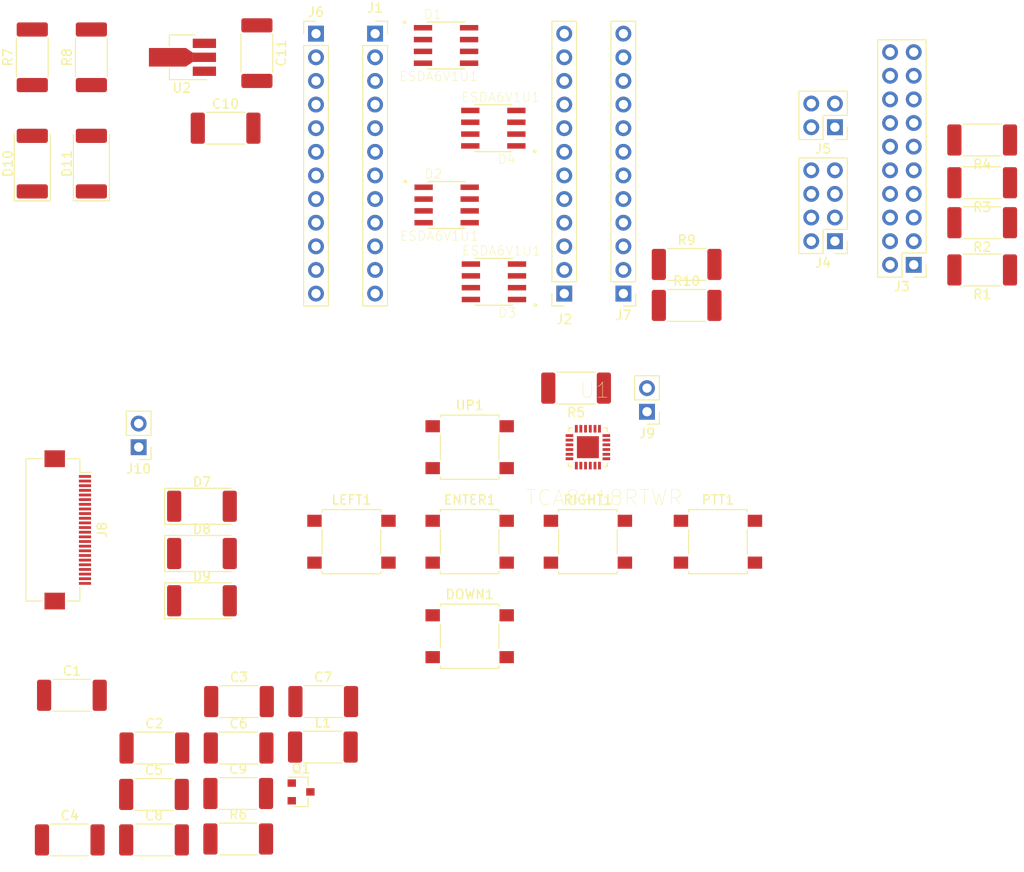
<source format=kicad_pcb>
(kicad_pcb (version 20171130) (host pcbnew "(5.1.2)-1")

  (general
    (thickness 1.6)
    (drawings 0)
    (tracks 0)
    (zones 0)
    (modules 50)
    (nets 85)
  )

  (page A4)
  (layers
    (0 F.Cu signal)
    (31 B.Cu signal)
    (32 B.Adhes user)
    (33 F.Adhes user)
    (34 B.Paste user)
    (35 F.Paste user)
    (36 B.SilkS user)
    (37 F.SilkS user)
    (38 B.Mask user)
    (39 F.Mask user)
    (40 Dwgs.User user)
    (41 Cmts.User user)
    (42 Eco1.User user)
    (43 Eco2.User user)
    (44 Edge.Cuts user)
    (45 Margin user)
    (46 B.CrtYd user)
    (47 F.CrtYd user)
    (48 B.Fab user)
    (49 F.Fab user)
  )

  (setup
    (last_trace_width 0.25)
    (trace_clearance 0.2)
    (zone_clearance 0.508)
    (zone_45_only no)
    (trace_min 0.2)
    (via_size 0.8)
    (via_drill 0.4)
    (via_min_size 0.4)
    (via_min_drill 0.3)
    (uvia_size 0.3)
    (uvia_drill 0.1)
    (uvias_allowed no)
    (uvia_min_size 0.2)
    (uvia_min_drill 0.1)
    (edge_width 0.05)
    (segment_width 0.2)
    (pcb_text_width 0.3)
    (pcb_text_size 1.5 1.5)
    (mod_edge_width 0.12)
    (mod_text_size 1 1)
    (mod_text_width 0.15)
    (pad_size 1.524 1.524)
    (pad_drill 0.762)
    (pad_to_mask_clearance 0.051)
    (solder_mask_min_width 0.25)
    (aux_axis_origin 0 0)
    (visible_elements 7FFFFFFF)
    (pcbplotparams
      (layerselection 0x010fc_ffffffff)
      (usegerberextensions false)
      (usegerberattributes false)
      (usegerberadvancedattributes false)
      (creategerberjobfile false)
      (excludeedgelayer true)
      (linewidth 0.100000)
      (plotframeref false)
      (viasonmask false)
      (mode 1)
      (useauxorigin false)
      (hpglpennumber 1)
      (hpglpenspeed 20)
      (hpglpendiameter 15.000000)
      (psnegative false)
      (psa4output false)
      (plotreference true)
      (plotvalue true)
      (plotinvisibletext false)
      (padsonsilk false)
      (subtractmaskfromsilk false)
      (outputformat 1)
      (mirror false)
      (drillshape 1)
      (scaleselection 1)
      (outputdirectory ""))
  )

  (net 0 "")
  (net 1 Earth)
  (net 2 +3V3)
  (net 3 "Net-(J3-Pad2)")
  (net 4 "Net-(J3-Pad19)")
  (net 5 "Net-(J3-Pad17)")
  (net 6 +BATT)
  (net 7 "Net-(J3-Pad15)")
  (net 8 "Net-(J3-Pad13)")
  (net 9 "Net-(J3-Pad9)")
  (net 10 "Net-(J3-Pad7)")
  (net 11 "Net-(J3-Pad5)")
  (net 12 "Net-(J3-Pad3)")
  (net 13 "Net-(U1-Pad25)")
  (net 14 "Net-(U1-Pad17)")
  (net 15 "Net-(U1-Pad16)")
  (net 16 "Net-(U1-Pad15)")
  (net 17 "Net-(U1-Pad14)")
  (net 18 "Net-(U1-Pad13)")
  (net 19 "Net-(U1-Pad12)")
  (net 20 "Net-(U1-Pad5)")
  (net 21 "Net-(U1-Pad4)")
  (net 22 "Net-(U1-Pad3)")
  (net 23 "Net-(U1-Pad2)")
  (net 24 /Keypad/COL1)
  (net 25 /Keypad/ROW0)
  (net 26 /Keypad/COL0)
  (net 27 /Keypad/ROW1)
  (net 28 /Keypad/COL2)
  (net 29 /Keypad/ROW2)
  (net 30 "Net-(R5-Pad2)")
  (net 31 /Keypad/COL9)
  (net 32 /Keypad/ROW7)
  (net 33 "Net-(J8-Pad19)")
  (net 34 "Net-(J8-Pad7)")
  (net 35 "Net-(J8-Pad6)")
  (net 36 "Net-(J8-Pad5)")
  (net 37 "Net-(J8-Pad4)")
  (net 38 "Net-(J8-Pad3)")
  (net 39 "Net-(J8-Pad2)")
  (net 40 "Net-(J8-Pad1)")
  (net 41 "Net-(C3-Pad2)")
  (net 42 "Net-(C3-Pad1)")
  (net 43 "Net-(C4-Pad1)")
  (net 44 "Net-(C5-Pad2)")
  (net 45 "Net-(C6-Pad2)")
  (net 46 "Net-(C7-Pad2)")
  (net 47 "Net-(C8-Pad2)")
  (net 48 "Net-(C9-Pad1)")
  (net 49 /Display/DISP_DC)
  (net 50 /Display/DISP_BUSY)
  (net 51 "Net-(C1-Pad1)")
  (net 52 "Net-(J9-Pad2)")
  (net 53 VCC)
  (net 54 +5V)
  (net 55 "Net-(D10-Pad2)")
  (net 56 "Net-(D11-Pad2)")
  (net 57 "Net-(D1-Pad7)")
  (net 58 "Net-(D1-Pad6)")
  (net 59 "Net-(D2-Pad7)")
  (net 60 "Net-(D2-Pad6)")
  (net 61 "Net-(D3-Pad7)")
  (net 62 "Net-(D3-Pad6)")
  (net 63 "Net-(D4-Pad7)")
  (net 64 "Net-(D4-Pad6)")
  (net 65 SDA|TIM4_CH2)
  (net 66 ADC4|DAC1)
  (net 67 WKUP|ADC0|TIM5_CH1)
  (net 68 USART1_RX|TIM1_CH3)
  (net 69 USART1_TX|TIM1_CH2)
  (net 70 "Net-(D2-Pad8)")
  (net 71 ADC13)
  (net 72 ADC12|SPI_SS)
  (net 73 ADC5|SPI_SCK|DAC2)
  (net 74 ADC6|SPI_MISO|TIM3_CH1)
  (net 75 ADC7|SPI_MOSI|TIM3|CH2)
  (net 76 JTAG_TDI|SPI1_SS|I2S3_WS)
  (net 77 JTAG_TDO|SPI1_SCK|I2S3_SCK)
  (net 78 JTAG_TRST|SPI1_MISO|TIM3_CH1)
  (net 79 SPI1_MOSI|CAN2_RX|TIM3_CH2|I2S3_SD)
  (net 80 SCL|CAN2_TX|TIM4_CH1)
  (net 81 RST)
  (net 82 JTAG_TMS)
  (net 83 JTAG_TCK)
  (net 84 ADC15)

  (net_class Default "This is the default net class."
    (clearance 0.2)
    (trace_width 0.25)
    (via_dia 0.8)
    (via_drill 0.4)
    (uvia_dia 0.3)
    (uvia_drill 0.1)
    (add_net +3V3)
    (add_net +5V)
    (add_net +BATT)
    (add_net /Display/DISP_BUSY)
    (add_net /Display/DISP_DC)
    (add_net /Keypad/COL0)
    (add_net /Keypad/COL1)
    (add_net /Keypad/COL2)
    (add_net /Keypad/COL9)
    (add_net /Keypad/ROW0)
    (add_net /Keypad/ROW1)
    (add_net /Keypad/ROW2)
    (add_net /Keypad/ROW7)
    (add_net ADC12|SPI_SS)
    (add_net ADC13)
    (add_net ADC15)
    (add_net ADC4|DAC1)
    (add_net ADC5|SPI_SCK|DAC2)
    (add_net ADC6|SPI_MISO|TIM3_CH1)
    (add_net ADC7|SPI_MOSI|TIM3|CH2)
    (add_net Earth)
    (add_net JTAG_TCK)
    (add_net JTAG_TDI|SPI1_SS|I2S3_WS)
    (add_net JTAG_TDO|SPI1_SCK|I2S3_SCK)
    (add_net JTAG_TMS)
    (add_net JTAG_TRST|SPI1_MISO|TIM3_CH1)
    (add_net "Net-(C1-Pad1)")
    (add_net "Net-(C3-Pad1)")
    (add_net "Net-(C3-Pad2)")
    (add_net "Net-(C4-Pad1)")
    (add_net "Net-(C5-Pad2)")
    (add_net "Net-(C6-Pad2)")
    (add_net "Net-(C7-Pad2)")
    (add_net "Net-(C8-Pad2)")
    (add_net "Net-(C9-Pad1)")
    (add_net "Net-(D1-Pad6)")
    (add_net "Net-(D1-Pad7)")
    (add_net "Net-(D10-Pad2)")
    (add_net "Net-(D11-Pad2)")
    (add_net "Net-(D2-Pad6)")
    (add_net "Net-(D2-Pad7)")
    (add_net "Net-(D2-Pad8)")
    (add_net "Net-(D3-Pad6)")
    (add_net "Net-(D3-Pad7)")
    (add_net "Net-(D4-Pad6)")
    (add_net "Net-(D4-Pad7)")
    (add_net "Net-(J3-Pad13)")
    (add_net "Net-(J3-Pad15)")
    (add_net "Net-(J3-Pad17)")
    (add_net "Net-(J3-Pad19)")
    (add_net "Net-(J3-Pad2)")
    (add_net "Net-(J3-Pad3)")
    (add_net "Net-(J3-Pad5)")
    (add_net "Net-(J3-Pad7)")
    (add_net "Net-(J3-Pad9)")
    (add_net "Net-(J8-Pad1)")
    (add_net "Net-(J8-Pad19)")
    (add_net "Net-(J8-Pad2)")
    (add_net "Net-(J8-Pad3)")
    (add_net "Net-(J8-Pad4)")
    (add_net "Net-(J8-Pad5)")
    (add_net "Net-(J8-Pad6)")
    (add_net "Net-(J8-Pad7)")
    (add_net "Net-(J9-Pad2)")
    (add_net "Net-(R5-Pad2)")
    (add_net "Net-(U1-Pad12)")
    (add_net "Net-(U1-Pad13)")
    (add_net "Net-(U1-Pad14)")
    (add_net "Net-(U1-Pad15)")
    (add_net "Net-(U1-Pad16)")
    (add_net "Net-(U1-Pad17)")
    (add_net "Net-(U1-Pad2)")
    (add_net "Net-(U1-Pad25)")
    (add_net "Net-(U1-Pad3)")
    (add_net "Net-(U1-Pad4)")
    (add_net "Net-(U1-Pad5)")
    (add_net RST)
    (add_net SCL|CAN2_TX|TIM4_CH1)
    (add_net SDA|TIM4_CH2)
    (add_net SPI1_MOSI|CAN2_RX|TIM3_CH2|I2S3_SD)
    (add_net USART1_RX|TIM1_CH3)
    (add_net USART1_TX|TIM1_CH2)
    (add_net VCC)
    (add_net WKUP|ADC0|TIM5_CH1)
  )

  (module ESDA6V1U1:SOIC127P600X175-8N (layer F.Cu) (tedit 0) (tstamp 5CFDCDB7)
    (at 140.97 87.63 180)
    (path /5D01AE82/5CFE731E)
    (attr smd)
    (fp_text reference D4 (at -1.43 -3.332) (layer F.SilkS)
      (effects (font (size 1 1) (thickness 0.05)))
    )
    (fp_text value ESDA6V1U1 (at -0.795 3.332) (layer F.SilkS)
      (effects (font (size 1 1) (thickness 0.05)))
    )
    (fp_line (start 3.71 -2.75) (end 3.71 2.75) (layer Eco1.User) (width 0.05))
    (fp_line (start -3.71 -2.75) (end -3.71 2.75) (layer Eco1.User) (width 0.05))
    (fp_line (start -3.71 2.75) (end 3.71 2.75) (layer Eco1.User) (width 0.05))
    (fp_line (start -3.71 -2.75) (end 3.71 -2.75) (layer Eco1.User) (width 0.05))
    (fp_line (start 2 -2.5) (end 2 2.5) (layer Eco2.User) (width 0.127))
    (fp_line (start -2 -2.5) (end -2 2.5) (layer Eco2.User) (width 0.127))
    (fp_line (start -2 2.52) (end 2 2.52) (layer F.SilkS) (width 0.127))
    (fp_line (start -2 -2.52) (end 2 -2.52) (layer F.SilkS) (width 0.127))
    (fp_line (start -2 2.5) (end 2 2.5) (layer Eco2.User) (width 0.127))
    (fp_line (start -2 -2.5) (end 2 -2.5) (layer Eco2.User) (width 0.127))
    (fp_circle (center -4.445 -2.495) (end -4.345 -2.495) (layer Eco2.User) (width 0.2))
    (fp_circle (center -4.445 -2.495) (end -4.345 -2.495) (layer F.SilkS) (width 0.2))
    (pad 8 smd rect (at 2.475 -1.905 180) (size 1.97 0.59) (layers F.Cu F.Paste F.Mask)
      (net 2 +3V3))
    (pad 7 smd rect (at 2.475 -0.635 180) (size 1.97 0.59) (layers F.Cu F.Paste F.Mask)
      (net 63 "Net-(D4-Pad7)"))
    (pad 6 smd rect (at 2.475 0.635 180) (size 1.97 0.59) (layers F.Cu F.Paste F.Mask)
      (net 64 "Net-(D4-Pad6)"))
    (pad 5 smd rect (at 2.475 1.905 180) (size 1.97 0.59) (layers F.Cu F.Paste F.Mask)
      (net 81 RST))
    (pad 4 smd rect (at -2.475 1.905 180) (size 1.97 0.59) (layers F.Cu F.Paste F.Mask)
      (net 6 +BATT))
    (pad 3 smd rect (at -2.475 0.635 180) (size 1.97 0.59) (layers F.Cu F.Paste F.Mask)
      (net 1 Earth))
    (pad 2 smd rect (at -2.475 -0.635 180) (size 1.97 0.59) (layers F.Cu F.Paste F.Mask)
      (net 82 JTAG_TMS))
    (pad 1 smd rect (at -2.475 -1.905 180) (size 1.97 0.59) (layers F.Cu F.Paste F.Mask)
      (net 83 JTAG_TCK))
  )

  (module ESDA6V1U1:SOIC127P600X175-8N (layer F.Cu) (tedit 0) (tstamp 5CFDCD9F)
    (at 141.035 104.14 180)
    (path /5D01AE82/5CFF73FC)
    (attr smd)
    (fp_text reference D3 (at -1.43 -3.332) (layer F.SilkS)
      (effects (font (size 1 1) (thickness 0.05)))
    )
    (fp_text value ESDA6V1U1 (at -0.795 3.332) (layer F.SilkS)
      (effects (font (size 1 1) (thickness 0.05)))
    )
    (fp_line (start 3.71 -2.75) (end 3.71 2.75) (layer Eco1.User) (width 0.05))
    (fp_line (start -3.71 -2.75) (end -3.71 2.75) (layer Eco1.User) (width 0.05))
    (fp_line (start -3.71 2.75) (end 3.71 2.75) (layer Eco1.User) (width 0.05))
    (fp_line (start -3.71 -2.75) (end 3.71 -2.75) (layer Eco1.User) (width 0.05))
    (fp_line (start 2 -2.5) (end 2 2.5) (layer Eco2.User) (width 0.127))
    (fp_line (start -2 -2.5) (end -2 2.5) (layer Eco2.User) (width 0.127))
    (fp_line (start -2 2.52) (end 2 2.52) (layer F.SilkS) (width 0.127))
    (fp_line (start -2 -2.52) (end 2 -2.52) (layer F.SilkS) (width 0.127))
    (fp_line (start -2 2.5) (end 2 2.5) (layer Eco2.User) (width 0.127))
    (fp_line (start -2 -2.5) (end 2 -2.5) (layer Eco2.User) (width 0.127))
    (fp_circle (center -4.445 -2.495) (end -4.345 -2.495) (layer Eco2.User) (width 0.2))
    (fp_circle (center -4.445 -2.495) (end -4.345 -2.495) (layer F.SilkS) (width 0.2))
    (pad 8 smd rect (at 2.475 -1.905 180) (size 1.97 0.59) (layers F.Cu F.Paste F.Mask)
      (net 76 JTAG_TDI|SPI1_SS|I2S3_WS))
    (pad 7 smd rect (at 2.475 -0.635 180) (size 1.97 0.59) (layers F.Cu F.Paste F.Mask)
      (net 61 "Net-(D3-Pad7)"))
    (pad 6 smd rect (at 2.475 0.635 180) (size 1.97 0.59) (layers F.Cu F.Paste F.Mask)
      (net 62 "Net-(D3-Pad6)"))
    (pad 5 smd rect (at 2.475 1.905 180) (size 1.97 0.59) (layers F.Cu F.Paste F.Mask)
      (net 77 JTAG_TDO|SPI1_SCK|I2S3_SCK))
    (pad 4 smd rect (at -2.475 1.905 180) (size 1.97 0.59) (layers F.Cu F.Paste F.Mask)
      (net 78 JTAG_TRST|SPI1_MISO|TIM3_CH1))
    (pad 3 smd rect (at -2.475 0.635 180) (size 1.97 0.59) (layers F.Cu F.Paste F.Mask)
      (net 79 SPI1_MOSI|CAN2_RX|TIM3_CH2|I2S3_SD))
    (pad 2 smd rect (at -2.475 -0.635 180) (size 1.97 0.59) (layers F.Cu F.Paste F.Mask)
      (net 80 SCL|CAN2_TX|TIM4_CH1))
    (pad 1 smd rect (at -2.475 -1.905 180) (size 1.97 0.59) (layers F.Cu F.Paste F.Mask)
      (net 65 SDA|TIM4_CH2))
  )

  (module ESDA6V1U1:SOIC127P600X175-8N (layer F.Cu) (tedit 0) (tstamp 5CFDCD87)
    (at 135.955 95.885)
    (path /5D01AE82/5D000224)
    (attr smd)
    (fp_text reference D2 (at -1.43 -3.332) (layer F.SilkS)
      (effects (font (size 1 1) (thickness 0.05)))
    )
    (fp_text value ESDA6V1U1 (at -0.795 3.332) (layer F.SilkS)
      (effects (font (size 1 1) (thickness 0.05)))
    )
    (fp_line (start 3.71 -2.75) (end 3.71 2.75) (layer Eco1.User) (width 0.05))
    (fp_line (start -3.71 -2.75) (end -3.71 2.75) (layer Eco1.User) (width 0.05))
    (fp_line (start -3.71 2.75) (end 3.71 2.75) (layer Eco1.User) (width 0.05))
    (fp_line (start -3.71 -2.75) (end 3.71 -2.75) (layer Eco1.User) (width 0.05))
    (fp_line (start 2 -2.5) (end 2 2.5) (layer Eco2.User) (width 0.127))
    (fp_line (start -2 -2.5) (end -2 2.5) (layer Eco2.User) (width 0.127))
    (fp_line (start -2 2.52) (end 2 2.52) (layer F.SilkS) (width 0.127))
    (fp_line (start -2 -2.52) (end 2 -2.52) (layer F.SilkS) (width 0.127))
    (fp_line (start -2 2.5) (end 2 2.5) (layer Eco2.User) (width 0.127))
    (fp_line (start -2 -2.5) (end 2 -2.5) (layer Eco2.User) (width 0.127))
    (fp_circle (center -4.445 -2.495) (end -4.345 -2.495) (layer Eco2.User) (width 0.2))
    (fp_circle (center -4.445 -2.495) (end -4.345 -2.495) (layer F.SilkS) (width 0.2))
    (pad 8 smd rect (at 2.475 -1.905) (size 1.97 0.59) (layers F.Cu F.Paste F.Mask)
      (net 70 "Net-(D2-Pad8)"))
    (pad 7 smd rect (at 2.475 -0.635) (size 1.97 0.59) (layers F.Cu F.Paste F.Mask)
      (net 59 "Net-(D2-Pad7)"))
    (pad 6 smd rect (at 2.475 0.635) (size 1.97 0.59) (layers F.Cu F.Paste F.Mask)
      (net 60 "Net-(D2-Pad6)"))
    (pad 5 smd rect (at 2.475 1.905) (size 1.97 0.59) (layers F.Cu F.Paste F.Mask)
      (net 71 ADC13))
    (pad 4 smd rect (at -2.475 1.905) (size 1.97 0.59) (layers F.Cu F.Paste F.Mask)
      (net 72 ADC12|SPI_SS))
    (pad 3 smd rect (at -2.475 0.635) (size 1.97 0.59) (layers F.Cu F.Paste F.Mask)
      (net 73 ADC5|SPI_SCK|DAC2))
    (pad 2 smd rect (at -2.475 -0.635) (size 1.97 0.59) (layers F.Cu F.Paste F.Mask)
      (net 74 ADC6|SPI_MISO|TIM3_CH1))
    (pad 1 smd rect (at -2.475 -1.905) (size 1.97 0.59) (layers F.Cu F.Paste F.Mask)
      (net 75 ADC7|SPI_MOSI|TIM3|CH2))
  )

  (module ESDA6V1U1:SOIC127P600X175-8N (layer F.Cu) (tedit 0) (tstamp 5CFDCD6F)
    (at 135.89 78.74)
    (path /5D01AE82/5D00022A)
    (attr smd)
    (fp_text reference D1 (at -1.43 -3.332) (layer F.SilkS)
      (effects (font (size 1 1) (thickness 0.05)))
    )
    (fp_text value ESDA6V1U1 (at -0.795 3.332) (layer F.SilkS)
      (effects (font (size 1 1) (thickness 0.05)))
    )
    (fp_line (start 3.71 -2.75) (end 3.71 2.75) (layer Eco1.User) (width 0.05))
    (fp_line (start -3.71 -2.75) (end -3.71 2.75) (layer Eco1.User) (width 0.05))
    (fp_line (start -3.71 2.75) (end 3.71 2.75) (layer Eco1.User) (width 0.05))
    (fp_line (start -3.71 -2.75) (end 3.71 -2.75) (layer Eco1.User) (width 0.05))
    (fp_line (start 2 -2.5) (end 2 2.5) (layer Eco2.User) (width 0.127))
    (fp_line (start -2 -2.5) (end -2 2.5) (layer Eco2.User) (width 0.127))
    (fp_line (start -2 2.52) (end 2 2.52) (layer F.SilkS) (width 0.127))
    (fp_line (start -2 -2.52) (end 2 -2.52) (layer F.SilkS) (width 0.127))
    (fp_line (start -2 2.5) (end 2 2.5) (layer Eco2.User) (width 0.127))
    (fp_line (start -2 -2.5) (end 2 -2.5) (layer Eco2.User) (width 0.127))
    (fp_circle (center -4.445 -2.495) (end -4.345 -2.495) (layer Eco2.User) (width 0.2))
    (fp_circle (center -4.445 -2.495) (end -4.345 -2.495) (layer F.SilkS) (width 0.2))
    (pad 8 smd rect (at 2.475 -1.905) (size 1.97 0.59) (layers F.Cu F.Paste F.Mask)
      (net 66 ADC4|DAC1))
    (pad 7 smd rect (at 2.475 -0.635) (size 1.97 0.59) (layers F.Cu F.Paste F.Mask)
      (net 57 "Net-(D1-Pad7)"))
    (pad 6 smd rect (at 2.475 0.635) (size 1.97 0.59) (layers F.Cu F.Paste F.Mask)
      (net 58 "Net-(D1-Pad6)"))
    (pad 5 smd rect (at 2.475 1.905) (size 1.97 0.59) (layers F.Cu F.Paste F.Mask)
      (net 67 WKUP|ADC0|TIM5_CH1))
    (pad 4 smd rect (at -2.475 1.905) (size 1.97 0.59) (layers F.Cu F.Paste F.Mask)
      (net 68 USART1_RX|TIM1_CH3))
    (pad 3 smd rect (at -2.475 0.635) (size 1.97 0.59) (layers F.Cu F.Paste F.Mask)
      (net 69 USART1_TX|TIM1_CH2))
    (pad 2 smd rect (at -2.475 -0.635) (size 1.97 0.59) (layers F.Cu F.Paste F.Mask)
      (net 1 Earth))
    (pad 1 smd rect (at -2.475 -1.905) (size 1.97 0.59) (layers F.Cu F.Paste F.Mask)
      (net 54 +5V))
  )

  (module Resistor_SMD:R_2512_6332Metric_Pad1.52x3.35mm_HandSolder (layer F.Cu) (tedit 5B301BBD) (tstamp 5CFDB9F5)
    (at 161.7375 106.68)
    (descr "Resistor SMD 2512 (6332 Metric), square (rectangular) end terminal, IPC_7351 nominal with elongated pad for handsoldering. (Body size source: http://www.tortai-tech.com/upload/download/2011102023233369053.pdf), generated with kicad-footprint-generator")
    (tags "resistor handsolder")
    (path /5D01AE82/5D25FB15)
    (attr smd)
    (fp_text reference R10 (at 0 -2.62) (layer F.SilkS)
      (effects (font (size 1 1) (thickness 0.15)))
    )
    (fp_text value R_Small_US (at 0 2.62) (layer F.Fab)
      (effects (font (size 1 1) (thickness 0.15)))
    )
    (fp_text user %R (at 0 0) (layer F.Fab)
      (effects (font (size 1 1) (thickness 0.15)))
    )
    (fp_line (start 4 1.92) (end -4 1.92) (layer F.CrtYd) (width 0.05))
    (fp_line (start 4 -1.92) (end 4 1.92) (layer F.CrtYd) (width 0.05))
    (fp_line (start -4 -1.92) (end 4 -1.92) (layer F.CrtYd) (width 0.05))
    (fp_line (start -4 1.92) (end -4 -1.92) (layer F.CrtYd) (width 0.05))
    (fp_line (start -2.052064 1.71) (end 2.052064 1.71) (layer F.SilkS) (width 0.12))
    (fp_line (start -2.052064 -1.71) (end 2.052064 -1.71) (layer F.SilkS) (width 0.12))
    (fp_line (start 3.15 1.6) (end -3.15 1.6) (layer F.Fab) (width 0.1))
    (fp_line (start 3.15 -1.6) (end 3.15 1.6) (layer F.Fab) (width 0.1))
    (fp_line (start -3.15 -1.6) (end 3.15 -1.6) (layer F.Fab) (width 0.1))
    (fp_line (start -3.15 1.6) (end -3.15 -1.6) (layer F.Fab) (width 0.1))
    (pad 2 smd roundrect (at 2.9875 0) (size 1.525 3.35) (layers F.Cu F.Paste F.Mask) (roundrect_rratio 0.163934)
      (net 2 +3V3))
    (pad 1 smd roundrect (at -2.9875 0) (size 1.525 3.35) (layers F.Cu F.Paste F.Mask) (roundrect_rratio 0.163934)
      (net 65 SDA|TIM4_CH2))
    (model ${KISYS3DMOD}/Resistor_SMD.3dshapes/R_2512_6332Metric.wrl
      (at (xyz 0 0 0))
      (scale (xyz 1 1 1))
      (rotate (xyz 0 0 0))
    )
  )

  (module Resistor_SMD:R_2512_6332Metric_Pad1.52x3.35mm_HandSolder (layer F.Cu) (tedit 5B301BBD) (tstamp 5CFDB9E4)
    (at 161.7375 102.275001)
    (descr "Resistor SMD 2512 (6332 Metric), square (rectangular) end terminal, IPC_7351 nominal with elongated pad for handsoldering. (Body size source: http://www.tortai-tech.com/upload/download/2011102023233369053.pdf), generated with kicad-footprint-generator")
    (tags "resistor handsolder")
    (path /5D01AE82/5D25EAE2)
    (attr smd)
    (fp_text reference R9 (at 0 -2.62) (layer F.SilkS)
      (effects (font (size 1 1) (thickness 0.15)))
    )
    (fp_text value R_Small_US (at 0 2.62) (layer F.Fab)
      (effects (font (size 1 1) (thickness 0.15)))
    )
    (fp_text user %R (at 0 0) (layer F.Fab)
      (effects (font (size 1 1) (thickness 0.15)))
    )
    (fp_line (start 4 1.92) (end -4 1.92) (layer F.CrtYd) (width 0.05))
    (fp_line (start 4 -1.92) (end 4 1.92) (layer F.CrtYd) (width 0.05))
    (fp_line (start -4 -1.92) (end 4 -1.92) (layer F.CrtYd) (width 0.05))
    (fp_line (start -4 1.92) (end -4 -1.92) (layer F.CrtYd) (width 0.05))
    (fp_line (start -2.052064 1.71) (end 2.052064 1.71) (layer F.SilkS) (width 0.12))
    (fp_line (start -2.052064 -1.71) (end 2.052064 -1.71) (layer F.SilkS) (width 0.12))
    (fp_line (start 3.15 1.6) (end -3.15 1.6) (layer F.Fab) (width 0.1))
    (fp_line (start 3.15 -1.6) (end 3.15 1.6) (layer F.Fab) (width 0.1))
    (fp_line (start -3.15 -1.6) (end 3.15 -1.6) (layer F.Fab) (width 0.1))
    (fp_line (start -3.15 1.6) (end -3.15 -1.6) (layer F.Fab) (width 0.1))
    (pad 2 smd roundrect (at 2.9875 0) (size 1.525 3.35) (layers F.Cu F.Paste F.Mask) (roundrect_rratio 0.163934)
      (net 2 +3V3))
    (pad 1 smd roundrect (at -2.9875 0) (size 1.525 3.35) (layers F.Cu F.Paste F.Mask) (roundrect_rratio 0.163934)
      (net 80 SCL|CAN2_TX|TIM4_CH1))
    (model ${KISYS3DMOD}/Resistor_SMD.3dshapes/R_2512_6332Metric.wrl
      (at (xyz 0 0 0))
      (scale (xyz 1 1 1))
      (rotate (xyz 0 0 0))
    )
  )

  (module Package_TO_SOT_SMD:SOT-89-3_Handsoldering (layer F.Cu) (tedit 5A02FF57) (tstamp 5CFD8C3C)
    (at 107.95 80.01 180)
    (descr "SOT-89-3 Handsoldering")
    (tags "SOT-89-3 Handsoldering")
    (path /5D21B5D5/5D21C0D8)
    (attr smd)
    (fp_text reference U2 (at 0.45 -3.3) (layer F.SilkS)
      (effects (font (size 1 1) (thickness 0.15)))
    )
    (fp_text value L7805 (at 0.5 3.15) (layer F.Fab)
      (effects (font (size 1 1) (thickness 0.15)))
    )
    (fp_line (start -0.13 -2.3) (end 1.68 -2.3) (layer F.Fab) (width 0.1))
    (fp_line (start -0.92 2.3) (end -0.92 -1.51) (layer F.Fab) (width 0.1))
    (fp_line (start 1.68 2.3) (end -0.92 2.3) (layer F.Fab) (width 0.1))
    (fp_line (start 1.68 -2.3) (end 1.68 2.3) (layer F.Fab) (width 0.1))
    (fp_line (start -0.92 -1.51) (end -0.13 -2.3) (layer F.Fab) (width 0.1))
    (fp_line (start 1.78 -2.4) (end 1.78 -1.2) (layer F.SilkS) (width 0.12))
    (fp_line (start -2.22 -2.4) (end 1.78 -2.4) (layer F.SilkS) (width 0.12))
    (fp_line (start 1.78 2.4) (end -0.92 2.4) (layer F.SilkS) (width 0.12))
    (fp_line (start 1.78 1.2) (end 1.78 2.4) (layer F.SilkS) (width 0.12))
    (fp_line (start -3.5 -2.55) (end -3.5 2.55) (layer F.CrtYd) (width 0.05))
    (fp_line (start 4.25 -2.55) (end -3.5 -2.55) (layer F.CrtYd) (width 0.05))
    (fp_line (start 4.25 2.55) (end 4.25 -2.55) (layer F.CrtYd) (width 0.05))
    (fp_line (start -3.5 2.55) (end 4.25 2.55) (layer F.CrtYd) (width 0.05))
    (fp_text user %R (at 0.38 0 90) (layer F.Fab)
      (effects (font (size 0.6 0.6) (thickness 0.09)))
    )
    (pad 2 smd trapezoid (at -0.37 0 270) (size 1.5 0.75) (rect_delta 0 0.5 ) (layers F.Cu F.Paste F.Mask)
      (net 1 Earth))
    (pad 2 smd rect (at 1.98 0 90) (size 2 4) (layers F.Cu F.Paste F.Mask)
      (net 1 Earth))
    (pad 3 smd rect (at -1.98 1.5 90) (size 1 2.5) (layers F.Cu F.Paste F.Mask)
      (net 54 +5V))
    (pad 2 smd rect (at -1.98 0 90) (size 1 2.5) (layers F.Cu F.Paste F.Mask)
      (net 1 Earth))
    (pad 1 smd rect (at -1.98 -1.5 90) (size 1 2.5) (layers F.Cu F.Paste F.Mask)
      (net 53 VCC))
    (model ${KISYS3DMOD}/Package_TO_SOT_SMD.3dshapes/SOT-89-3.wrl
      (at (xyz 0 0 0))
      (scale (xyz 1 1 1))
      (rotate (xyz 0 0 0))
    )
  )

  (module Resistor_SMD:R_2512_6332Metric_Pad1.52x3.35mm_HandSolder (layer F.Cu) (tedit 5B301BBD) (tstamp 5CFD8B71)
    (at 97.79 80.01 90)
    (descr "Resistor SMD 2512 (6332 Metric), square (rectangular) end terminal, IPC_7351 nominal with elongated pad for handsoldering. (Body size source: http://www.tortai-tech.com/upload/download/2011102023233369053.pdf), generated with kicad-footprint-generator")
    (tags "resistor handsolder")
    (path /5D21B5D5/5D222AC3)
    (attr smd)
    (fp_text reference R8 (at 0 -2.62 90) (layer F.SilkS)
      (effects (font (size 1 1) (thickness 0.15)))
    )
    (fp_text value R_Small_US (at 0 2.62 90) (layer F.Fab)
      (effects (font (size 1 1) (thickness 0.15)))
    )
    (fp_text user %R (at 0 0 90) (layer F.Fab)
      (effects (font (size 1 1) (thickness 0.15)))
    )
    (fp_line (start 4 1.92) (end -4 1.92) (layer F.CrtYd) (width 0.05))
    (fp_line (start 4 -1.92) (end 4 1.92) (layer F.CrtYd) (width 0.05))
    (fp_line (start -4 -1.92) (end 4 -1.92) (layer F.CrtYd) (width 0.05))
    (fp_line (start -4 1.92) (end -4 -1.92) (layer F.CrtYd) (width 0.05))
    (fp_line (start -2.052064 1.71) (end 2.052064 1.71) (layer F.SilkS) (width 0.12))
    (fp_line (start -2.052064 -1.71) (end 2.052064 -1.71) (layer F.SilkS) (width 0.12))
    (fp_line (start 3.15 1.6) (end -3.15 1.6) (layer F.Fab) (width 0.1))
    (fp_line (start 3.15 -1.6) (end 3.15 1.6) (layer F.Fab) (width 0.1))
    (fp_line (start -3.15 -1.6) (end 3.15 -1.6) (layer F.Fab) (width 0.1))
    (fp_line (start -3.15 1.6) (end -3.15 -1.6) (layer F.Fab) (width 0.1))
    (pad 2 smd roundrect (at 2.9875 0 90) (size 1.525 3.35) (layers F.Cu F.Paste F.Mask) (roundrect_rratio 0.163934)
      (net 1 Earth))
    (pad 1 smd roundrect (at -2.9875 0 90) (size 1.525 3.35) (layers F.Cu F.Paste F.Mask) (roundrect_rratio 0.163934)
      (net 56 "Net-(D11-Pad2)"))
    (model ${KISYS3DMOD}/Resistor_SMD.3dshapes/R_2512_6332Metric.wrl
      (at (xyz 0 0 0))
      (scale (xyz 1 1 1))
      (rotate (xyz 0 0 0))
    )
  )

  (module Resistor_SMD:R_2512_6332Metric_Pad1.52x3.35mm_HandSolder (layer F.Cu) (tedit 5B301BBD) (tstamp 5CFD8B60)
    (at 91.44 80.01 90)
    (descr "Resistor SMD 2512 (6332 Metric), square (rectangular) end terminal, IPC_7351 nominal with elongated pad for handsoldering. (Body size source: http://www.tortai-tech.com/upload/download/2011102023233369053.pdf), generated with kicad-footprint-generator")
    (tags "resistor handsolder")
    (path /5D21B5D5/5D221D5F)
    (attr smd)
    (fp_text reference R7 (at 0 -2.62 90) (layer F.SilkS)
      (effects (font (size 1 1) (thickness 0.15)))
    )
    (fp_text value R_Small_US (at 0 2.62 90) (layer F.Fab)
      (effects (font (size 1 1) (thickness 0.15)))
    )
    (fp_text user %R (at 0 0 90) (layer F.Fab)
      (effects (font (size 1 1) (thickness 0.15)))
    )
    (fp_line (start 4 1.92) (end -4 1.92) (layer F.CrtYd) (width 0.05))
    (fp_line (start 4 -1.92) (end 4 1.92) (layer F.CrtYd) (width 0.05))
    (fp_line (start -4 -1.92) (end 4 -1.92) (layer F.CrtYd) (width 0.05))
    (fp_line (start -4 1.92) (end -4 -1.92) (layer F.CrtYd) (width 0.05))
    (fp_line (start -2.052064 1.71) (end 2.052064 1.71) (layer F.SilkS) (width 0.12))
    (fp_line (start -2.052064 -1.71) (end 2.052064 -1.71) (layer F.SilkS) (width 0.12))
    (fp_line (start 3.15 1.6) (end -3.15 1.6) (layer F.Fab) (width 0.1))
    (fp_line (start 3.15 -1.6) (end 3.15 1.6) (layer F.Fab) (width 0.1))
    (fp_line (start -3.15 -1.6) (end 3.15 -1.6) (layer F.Fab) (width 0.1))
    (fp_line (start -3.15 1.6) (end -3.15 -1.6) (layer F.Fab) (width 0.1))
    (pad 2 smd roundrect (at 2.9875 0 90) (size 1.525 3.35) (layers F.Cu F.Paste F.Mask) (roundrect_rratio 0.163934)
      (net 1 Earth))
    (pad 1 smd roundrect (at -2.9875 0 90) (size 1.525 3.35) (layers F.Cu F.Paste F.Mask) (roundrect_rratio 0.163934)
      (net 55 "Net-(D10-Pad2)"))
    (model ${KISYS3DMOD}/Resistor_SMD.3dshapes/R_2512_6332Metric.wrl
      (at (xyz 0 0 0))
      (scale (xyz 1 1 1))
      (rotate (xyz 0 0 0))
    )
  )

  (module Diode_SMD:D_2512_6332Metric_Pad1.52x3.35mm_HandSolder (layer F.Cu) (tedit 5B4B45C8) (tstamp 5CFD869F)
    (at 97.79 91.44 90)
    (descr "Diode SMD 2512 (6332 Metric), square (rectangular) end terminal, IPC_7351 nominal, (Body size source: http://www.tortai-tech.com/upload/download/2011102023233369053.pdf), generated with kicad-footprint-generator")
    (tags "diode handsolder")
    (path /5D21B5D5/5D225572)
    (attr smd)
    (fp_text reference D11 (at 0 -2.62 90) (layer F.SilkS)
      (effects (font (size 1 1) (thickness 0.15)))
    )
    (fp_text value LED (at 0 2.62 90) (layer F.Fab)
      (effects (font (size 1 1) (thickness 0.15)))
    )
    (fp_text user %R (at 0 0 90) (layer F.Fab)
      (effects (font (size 1 1) (thickness 0.15)))
    )
    (fp_line (start 4 1.92) (end -4 1.92) (layer F.CrtYd) (width 0.05))
    (fp_line (start 4 -1.92) (end 4 1.92) (layer F.CrtYd) (width 0.05))
    (fp_line (start -4 -1.92) (end 4 -1.92) (layer F.CrtYd) (width 0.05))
    (fp_line (start -4 1.92) (end -4 -1.92) (layer F.CrtYd) (width 0.05))
    (fp_line (start -4.01 1.935) (end 3.15 1.935) (layer F.SilkS) (width 0.12))
    (fp_line (start -4.01 -1.935) (end -4.01 1.935) (layer F.SilkS) (width 0.12))
    (fp_line (start 3.15 -1.935) (end -4.01 -1.935) (layer F.SilkS) (width 0.12))
    (fp_line (start 3.15 1.6) (end 3.15 -1.6) (layer F.Fab) (width 0.1))
    (fp_line (start -3.15 1.6) (end 3.15 1.6) (layer F.Fab) (width 0.1))
    (fp_line (start -3.15 -0.8) (end -3.15 1.6) (layer F.Fab) (width 0.1))
    (fp_line (start -2.35 -1.6) (end -3.15 -0.8) (layer F.Fab) (width 0.1))
    (fp_line (start 3.15 -1.6) (end -2.35 -1.6) (layer F.Fab) (width 0.1))
    (pad 2 smd roundrect (at 2.9875 0 90) (size 1.525 3.35) (layers F.Cu F.Paste F.Mask) (roundrect_rratio 0.163934)
      (net 56 "Net-(D11-Pad2)"))
    (pad 1 smd roundrect (at -2.9875 0 90) (size 1.525 3.35) (layers F.Cu F.Paste F.Mask) (roundrect_rratio 0.163934)
      (net 2 +3V3))
    (model ${KISYS3DMOD}/Diode_SMD.3dshapes/D_2512_6332Metric.wrl
      (at (xyz 0 0 0))
      (scale (xyz 1 1 1))
      (rotate (xyz 0 0 0))
    )
  )

  (module Diode_SMD:D_2512_6332Metric_Pad1.52x3.35mm_HandSolder (layer F.Cu) (tedit 5B4B45C8) (tstamp 5CFD868C)
    (at 91.44 91.44 90)
    (descr "Diode SMD 2512 (6332 Metric), square (rectangular) end terminal, IPC_7351 nominal, (Body size source: http://www.tortai-tech.com/upload/download/2011102023233369053.pdf), generated with kicad-footprint-generator")
    (tags "diode handsolder")
    (path /5D21B5D5/5D2243F9)
    (attr smd)
    (fp_text reference D10 (at 0 -2.62 90) (layer F.SilkS)
      (effects (font (size 1 1) (thickness 0.15)))
    )
    (fp_text value LED (at 0 2.62 90) (layer F.Fab)
      (effects (font (size 1 1) (thickness 0.15)))
    )
    (fp_text user %R (at 0 0 90) (layer F.Fab)
      (effects (font (size 1 1) (thickness 0.15)))
    )
    (fp_line (start 4 1.92) (end -4 1.92) (layer F.CrtYd) (width 0.05))
    (fp_line (start 4 -1.92) (end 4 1.92) (layer F.CrtYd) (width 0.05))
    (fp_line (start -4 -1.92) (end 4 -1.92) (layer F.CrtYd) (width 0.05))
    (fp_line (start -4 1.92) (end -4 -1.92) (layer F.CrtYd) (width 0.05))
    (fp_line (start -4.01 1.935) (end 3.15 1.935) (layer F.SilkS) (width 0.12))
    (fp_line (start -4.01 -1.935) (end -4.01 1.935) (layer F.SilkS) (width 0.12))
    (fp_line (start 3.15 -1.935) (end -4.01 -1.935) (layer F.SilkS) (width 0.12))
    (fp_line (start 3.15 1.6) (end 3.15 -1.6) (layer F.Fab) (width 0.1))
    (fp_line (start -3.15 1.6) (end 3.15 1.6) (layer F.Fab) (width 0.1))
    (fp_line (start -3.15 -0.8) (end -3.15 1.6) (layer F.Fab) (width 0.1))
    (fp_line (start -2.35 -1.6) (end -3.15 -0.8) (layer F.Fab) (width 0.1))
    (fp_line (start 3.15 -1.6) (end -2.35 -1.6) (layer F.Fab) (width 0.1))
    (pad 2 smd roundrect (at 2.9875 0 90) (size 1.525 3.35) (layers F.Cu F.Paste F.Mask) (roundrect_rratio 0.163934)
      (net 55 "Net-(D10-Pad2)"))
    (pad 1 smd roundrect (at -2.9875 0 90) (size 1.525 3.35) (layers F.Cu F.Paste F.Mask) (roundrect_rratio 0.163934)
      (net 54 +5V))
    (model ${KISYS3DMOD}/Diode_SMD.3dshapes/D_2512_6332Metric.wrl
      (at (xyz 0 0 0))
      (scale (xyz 1 1 1))
      (rotate (xyz 0 0 0))
    )
  )

  (module Capacitor_SMD:C_2512_6332Metric_Pad1.52x3.35mm_HandSolder (layer F.Cu) (tedit 5B301BBE) (tstamp 5CFD851D)
    (at 115.57 79.5625 270)
    (descr "Capacitor SMD 2512 (6332 Metric), square (rectangular) end terminal, IPC_7351 nominal with elongated pad for handsoldering. (Body size source: http://www.tortai-tech.com/upload/download/2011102023233369053.pdf), generated with kicad-footprint-generator")
    (tags "capacitor handsolder")
    (path /5D21B5D5/5D21E6E1)
    (attr smd)
    (fp_text reference C11 (at 0 -2.62 90) (layer F.SilkS)
      (effects (font (size 1 1) (thickness 0.15)))
    )
    (fp_text value 1uF (at 0 2.62 90) (layer F.Fab)
      (effects (font (size 1 1) (thickness 0.15)))
    )
    (fp_text user %R (at 0 0 90) (layer F.Fab)
      (effects (font (size 1 1) (thickness 0.15)))
    )
    (fp_line (start 4 1.92) (end -4 1.92) (layer F.CrtYd) (width 0.05))
    (fp_line (start 4 -1.92) (end 4 1.92) (layer F.CrtYd) (width 0.05))
    (fp_line (start -4 -1.92) (end 4 -1.92) (layer F.CrtYd) (width 0.05))
    (fp_line (start -4 1.92) (end -4 -1.92) (layer F.CrtYd) (width 0.05))
    (fp_line (start -2.052064 1.71) (end 2.052064 1.71) (layer F.SilkS) (width 0.12))
    (fp_line (start -2.052064 -1.71) (end 2.052064 -1.71) (layer F.SilkS) (width 0.12))
    (fp_line (start 3.15 1.6) (end -3.15 1.6) (layer F.Fab) (width 0.1))
    (fp_line (start 3.15 -1.6) (end 3.15 1.6) (layer F.Fab) (width 0.1))
    (fp_line (start -3.15 -1.6) (end 3.15 -1.6) (layer F.Fab) (width 0.1))
    (fp_line (start -3.15 1.6) (end -3.15 -1.6) (layer F.Fab) (width 0.1))
    (pad 2 smd roundrect (at 2.9875 0 270) (size 1.525 3.35) (layers F.Cu F.Paste F.Mask) (roundrect_rratio 0.163934)
      (net 1 Earth))
    (pad 1 smd roundrect (at -2.9875 0 270) (size 1.525 3.35) (layers F.Cu F.Paste F.Mask) (roundrect_rratio 0.163934)
      (net 54 +5V))
    (model ${KISYS3DMOD}/Capacitor_SMD.3dshapes/C_2512_6332Metric.wrl
      (at (xyz 0 0 0))
      (scale (xyz 1 1 1))
      (rotate (xyz 0 0 0))
    )
  )

  (module Capacitor_SMD:C_2512_6332Metric_Pad1.52x3.35mm_HandSolder (layer F.Cu) (tedit 5B301BBE) (tstamp 5CFD850C)
    (at 112.2075 87.63)
    (descr "Capacitor SMD 2512 (6332 Metric), square (rectangular) end terminal, IPC_7351 nominal with elongated pad for handsoldering. (Body size source: http://www.tortai-tech.com/upload/download/2011102023233369053.pdf), generated with kicad-footprint-generator")
    (tags "capacitor handsolder")
    (path /5D21B5D5/5D22084E)
    (attr smd)
    (fp_text reference C10 (at 0 -2.62) (layer F.SilkS)
      (effects (font (size 1 1) (thickness 0.15)))
    )
    (fp_text value 1uF (at 0 2.62) (layer F.Fab)
      (effects (font (size 1 1) (thickness 0.15)))
    )
    (fp_text user %R (at 0 0) (layer F.Fab)
      (effects (font (size 1 1) (thickness 0.15)))
    )
    (fp_line (start 4 1.92) (end -4 1.92) (layer F.CrtYd) (width 0.05))
    (fp_line (start 4 -1.92) (end 4 1.92) (layer F.CrtYd) (width 0.05))
    (fp_line (start -4 -1.92) (end 4 -1.92) (layer F.CrtYd) (width 0.05))
    (fp_line (start -4 1.92) (end -4 -1.92) (layer F.CrtYd) (width 0.05))
    (fp_line (start -2.052064 1.71) (end 2.052064 1.71) (layer F.SilkS) (width 0.12))
    (fp_line (start -2.052064 -1.71) (end 2.052064 -1.71) (layer F.SilkS) (width 0.12))
    (fp_line (start 3.15 1.6) (end -3.15 1.6) (layer F.Fab) (width 0.1))
    (fp_line (start 3.15 -1.6) (end 3.15 1.6) (layer F.Fab) (width 0.1))
    (fp_line (start -3.15 -1.6) (end 3.15 -1.6) (layer F.Fab) (width 0.1))
    (fp_line (start -3.15 1.6) (end -3.15 -1.6) (layer F.Fab) (width 0.1))
    (pad 2 smd roundrect (at 2.9875 0) (size 1.525 3.35) (layers F.Cu F.Paste F.Mask) (roundrect_rratio 0.163934)
      (net 1 Earth))
    (pad 1 smd roundrect (at -2.9875 0) (size 1.525 3.35) (layers F.Cu F.Paste F.Mask) (roundrect_rratio 0.163934)
      (net 53 VCC))
    (model ${KISYS3DMOD}/Capacitor_SMD.3dshapes/C_2512_6332Metric.wrl
      (at (xyz 0 0 0))
      (scale (xyz 1 1 1))
      (rotate (xyz 0 0 0))
    )
  )

  (module Connector_PinHeader_2.54mm:PinHeader_1x02_P2.54mm_Vertical (layer F.Cu) (tedit 59FED5CC) (tstamp 5CFD6378)
    (at 102.87 121.92 180)
    (descr "Through hole straight pin header, 1x02, 2.54mm pitch, single row")
    (tags "Through hole pin header THT 1x02 2.54mm single row")
    (path /5D193223/5D1F7A76)
    (fp_text reference J10 (at 0 -2.33) (layer F.SilkS)
      (effects (font (size 1 1) (thickness 0.15)))
    )
    (fp_text value Conn_01x02 (at 0 4.87) (layer F.Fab)
      (effects (font (size 1 1) (thickness 0.15)))
    )
    (fp_text user %R (at 0 1.27 90) (layer F.Fab)
      (effects (font (size 1 1) (thickness 0.15)))
    )
    (fp_line (start 1.8 -1.8) (end -1.8 -1.8) (layer F.CrtYd) (width 0.05))
    (fp_line (start 1.8 4.35) (end 1.8 -1.8) (layer F.CrtYd) (width 0.05))
    (fp_line (start -1.8 4.35) (end 1.8 4.35) (layer F.CrtYd) (width 0.05))
    (fp_line (start -1.8 -1.8) (end -1.8 4.35) (layer F.CrtYd) (width 0.05))
    (fp_line (start -1.33 -1.33) (end 0 -1.33) (layer F.SilkS) (width 0.12))
    (fp_line (start -1.33 0) (end -1.33 -1.33) (layer F.SilkS) (width 0.12))
    (fp_line (start -1.33 1.27) (end 1.33 1.27) (layer F.SilkS) (width 0.12))
    (fp_line (start 1.33 1.27) (end 1.33 3.87) (layer F.SilkS) (width 0.12))
    (fp_line (start -1.33 1.27) (end -1.33 3.87) (layer F.SilkS) (width 0.12))
    (fp_line (start -1.33 3.87) (end 1.33 3.87) (layer F.SilkS) (width 0.12))
    (fp_line (start -1.27 -0.635) (end -0.635 -1.27) (layer F.Fab) (width 0.1))
    (fp_line (start -1.27 3.81) (end -1.27 -0.635) (layer F.Fab) (width 0.1))
    (fp_line (start 1.27 3.81) (end -1.27 3.81) (layer F.Fab) (width 0.1))
    (fp_line (start 1.27 -1.27) (end 1.27 3.81) (layer F.Fab) (width 0.1))
    (fp_line (start -0.635 -1.27) (end 1.27 -1.27) (layer F.Fab) (width 0.1))
    (pad 2 thru_hole oval (at 0 2.54 180) (size 1.7 1.7) (drill 1) (layers *.Cu *.Mask)
      (net 2 +3V3))
    (pad 1 thru_hole rect (at 0 0 180) (size 1.7 1.7) (drill 1) (layers *.Cu *.Mask)
      (net 51 "Net-(C1-Pad1)"))
    (model ${KISYS3DMOD}/Connector_PinHeader_2.54mm.3dshapes/PinHeader_1x02_P2.54mm_Vertical.wrl
      (at (xyz 0 0 0))
      (scale (xyz 1 1 1))
      (rotate (xyz 0 0 0))
    )
  )

  (module Connector_PinHeader_2.54mm:PinHeader_1x02_P2.54mm_Vertical (layer F.Cu) (tedit 59FED5CC) (tstamp 5CFD6362)
    (at 157.48 118.11 180)
    (descr "Through hole straight pin header, 1x02, 2.54mm pitch, single row")
    (tags "Through hole pin header THT 1x02 2.54mm single row")
    (path /5D1772AD/5D205776)
    (fp_text reference J9 (at 0 -2.33) (layer F.SilkS)
      (effects (font (size 1 1) (thickness 0.15)))
    )
    (fp_text value Conn_01x02 (at 0 4.87) (layer F.Fab)
      (effects (font (size 1 1) (thickness 0.15)))
    )
    (fp_text user %R (at 0 1.27 90) (layer F.Fab)
      (effects (font (size 1 1) (thickness 0.15)))
    )
    (fp_line (start 1.8 -1.8) (end -1.8 -1.8) (layer F.CrtYd) (width 0.05))
    (fp_line (start 1.8 4.35) (end 1.8 -1.8) (layer F.CrtYd) (width 0.05))
    (fp_line (start -1.8 4.35) (end 1.8 4.35) (layer F.CrtYd) (width 0.05))
    (fp_line (start -1.8 -1.8) (end -1.8 4.35) (layer F.CrtYd) (width 0.05))
    (fp_line (start -1.33 -1.33) (end 0 -1.33) (layer F.SilkS) (width 0.12))
    (fp_line (start -1.33 0) (end -1.33 -1.33) (layer F.SilkS) (width 0.12))
    (fp_line (start -1.33 1.27) (end 1.33 1.27) (layer F.SilkS) (width 0.12))
    (fp_line (start 1.33 1.27) (end 1.33 3.87) (layer F.SilkS) (width 0.12))
    (fp_line (start -1.33 1.27) (end -1.33 3.87) (layer F.SilkS) (width 0.12))
    (fp_line (start -1.33 3.87) (end 1.33 3.87) (layer F.SilkS) (width 0.12))
    (fp_line (start -1.27 -0.635) (end -0.635 -1.27) (layer F.Fab) (width 0.1))
    (fp_line (start -1.27 3.81) (end -1.27 -0.635) (layer F.Fab) (width 0.1))
    (fp_line (start 1.27 3.81) (end -1.27 3.81) (layer F.Fab) (width 0.1))
    (fp_line (start 1.27 -1.27) (end 1.27 3.81) (layer F.Fab) (width 0.1))
    (fp_line (start -0.635 -1.27) (end 1.27 -1.27) (layer F.Fab) (width 0.1))
    (pad 2 thru_hole oval (at 0 2.54 180) (size 1.7 1.7) (drill 1) (layers *.Cu *.Mask)
      (net 52 "Net-(J9-Pad2)"))
    (pad 1 thru_hole rect (at 0 0 180) (size 1.7 1.7) (drill 1) (layers *.Cu *.Mask)
      (net 2 +3V3))
    (model ${KISYS3DMOD}/Connector_PinHeader_2.54mm.3dshapes/PinHeader_1x02_P2.54mm_Vertical.wrl
      (at (xyz 0 0 0))
      (scale (xyz 1 1 1))
      (rotate (xyz 0 0 0))
    )
  )

  (module Resistor_SMD:R_2512_6332Metric_Pad1.52x3.35mm_HandSolder (layer F.Cu) (tedit 5B301BBD) (tstamp 5CFD37E2)
    (at 113.565001 164.035001)
    (descr "Resistor SMD 2512 (6332 Metric), square (rectangular) end terminal, IPC_7351 nominal with elongated pad for handsoldering. (Body size source: http://www.tortai-tech.com/upload/download/2011102023233369053.pdf), generated with kicad-footprint-generator")
    (tags "resistor handsolder")
    (path /5D193223/5D1C2A00)
    (attr smd)
    (fp_text reference R6 (at 0 -2.62) (layer F.SilkS)
      (effects (font (size 1 1) (thickness 0.15)))
    )
    (fp_text value 470mOhms (at 0 2.62) (layer F.Fab)
      (effects (font (size 1 1) (thickness 0.15)))
    )
    (fp_text user %R (at 0 0) (layer F.Fab)
      (effects (font (size 1 1) (thickness 0.15)))
    )
    (fp_line (start 4 1.92) (end -4 1.92) (layer F.CrtYd) (width 0.05))
    (fp_line (start 4 -1.92) (end 4 1.92) (layer F.CrtYd) (width 0.05))
    (fp_line (start -4 -1.92) (end 4 -1.92) (layer F.CrtYd) (width 0.05))
    (fp_line (start -4 1.92) (end -4 -1.92) (layer F.CrtYd) (width 0.05))
    (fp_line (start -2.052064 1.71) (end 2.052064 1.71) (layer F.SilkS) (width 0.12))
    (fp_line (start -2.052064 -1.71) (end 2.052064 -1.71) (layer F.SilkS) (width 0.12))
    (fp_line (start 3.15 1.6) (end -3.15 1.6) (layer F.Fab) (width 0.1))
    (fp_line (start 3.15 -1.6) (end 3.15 1.6) (layer F.Fab) (width 0.1))
    (fp_line (start -3.15 -1.6) (end 3.15 -1.6) (layer F.Fab) (width 0.1))
    (fp_line (start -3.15 1.6) (end -3.15 -1.6) (layer F.Fab) (width 0.1))
    (pad 2 smd roundrect (at 2.9875 0) (size 1.525 3.35) (layers F.Cu F.Paste F.Mask) (roundrect_rratio 0.163934)
      (net 38 "Net-(J8-Pad3)"))
    (pad 1 smd roundrect (at -2.9875 0) (size 1.525 3.35) (layers F.Cu F.Paste F.Mask) (roundrect_rratio 0.163934)
      (net 1 Earth))
    (model ${KISYS3DMOD}/Resistor_SMD.3dshapes/R_2512_6332Metric.wrl
      (at (xyz 0 0 0))
      (scale (xyz 1 1 1))
      (rotate (xyz 0 0 0))
    )
  )

  (module Package_TO_SOT_SMD:SOT-23 (layer F.Cu) (tedit 5A02FF57) (tstamp 5CFD3731)
    (at 120.315001 158.975001)
    (descr "SOT-23, Standard")
    (tags SOT-23)
    (path /5D193223/5D1C4220)
    (attr smd)
    (fp_text reference Q1 (at 0 -2.5) (layer F.SilkS)
      (effects (font (size 1 1) (thickness 0.15)))
    )
    (fp_text value Q_PJFET_GSD (at 0 2.5) (layer F.Fab)
      (effects (font (size 1 1) (thickness 0.15)))
    )
    (fp_line (start 0.76 1.58) (end -0.7 1.58) (layer F.SilkS) (width 0.12))
    (fp_line (start 0.76 -1.58) (end -1.4 -1.58) (layer F.SilkS) (width 0.12))
    (fp_line (start -1.7 1.75) (end -1.7 -1.75) (layer F.CrtYd) (width 0.05))
    (fp_line (start 1.7 1.75) (end -1.7 1.75) (layer F.CrtYd) (width 0.05))
    (fp_line (start 1.7 -1.75) (end 1.7 1.75) (layer F.CrtYd) (width 0.05))
    (fp_line (start -1.7 -1.75) (end 1.7 -1.75) (layer F.CrtYd) (width 0.05))
    (fp_line (start 0.76 -1.58) (end 0.76 -0.65) (layer F.SilkS) (width 0.12))
    (fp_line (start 0.76 1.58) (end 0.76 0.65) (layer F.SilkS) (width 0.12))
    (fp_line (start -0.7 1.52) (end 0.7 1.52) (layer F.Fab) (width 0.1))
    (fp_line (start 0.7 -1.52) (end 0.7 1.52) (layer F.Fab) (width 0.1))
    (fp_line (start -0.7 -0.95) (end -0.15 -1.52) (layer F.Fab) (width 0.1))
    (fp_line (start -0.15 -1.52) (end 0.7 -1.52) (layer F.Fab) (width 0.1))
    (fp_line (start -0.7 -0.95) (end -0.7 1.5) (layer F.Fab) (width 0.1))
    (fp_text user %R (at 0 0 90) (layer F.Fab)
      (effects (font (size 0.5 0.5) (thickness 0.075)))
    )
    (pad 3 smd rect (at 1 0) (size 0.9 0.8) (layers F.Cu F.Paste F.Mask)
      (net 42 "Net-(C3-Pad1)"))
    (pad 2 smd rect (at -1 0.95) (size 0.9 0.8) (layers F.Cu F.Paste F.Mask)
      (net 38 "Net-(J8-Pad3)"))
    (pad 1 smd rect (at -1 -0.95) (size 0.9 0.8) (layers F.Cu F.Paste F.Mask)
      (net 39 "Net-(J8-Pad2)"))
    (model ${KISYS3DMOD}/Package_TO_SOT_SMD.3dshapes/SOT-23.wrl
      (at (xyz 0 0 0))
      (scale (xyz 1 1 1))
      (rotate (xyz 0 0 0))
    )
  )

  (module Inductor_SMD:L_2512_6332Metric_Pad1.52x3.35mm_HandSolder (layer F.Cu) (tedit 5B301BBE) (tstamp 5CFD3656)
    (at 122.655001 154.155001)
    (descr "Capacitor SMD 2512 (6332 Metric), square (rectangular) end terminal, IPC_7351 nominal with elongated pad for handsoldering. (Body size source: http://www.tortai-tech.com/upload/download/2011102023233369053.pdf), generated with kicad-footprint-generator")
    (tags "inductor handsolder")
    (path /5D193223/5D1B9596)
    (attr smd)
    (fp_text reference L1 (at 0 -2.62) (layer F.SilkS)
      (effects (font (size 1 1) (thickness 0.15)))
    )
    (fp_text value 10uH (at 0 2.62) (layer F.Fab)
      (effects (font (size 1 1) (thickness 0.15)))
    )
    (fp_text user %R (at 0 0) (layer F.Fab)
      (effects (font (size 1 1) (thickness 0.15)))
    )
    (fp_line (start 4 1.92) (end -4 1.92) (layer F.CrtYd) (width 0.05))
    (fp_line (start 4 -1.92) (end 4 1.92) (layer F.CrtYd) (width 0.05))
    (fp_line (start -4 -1.92) (end 4 -1.92) (layer F.CrtYd) (width 0.05))
    (fp_line (start -4 1.92) (end -4 -1.92) (layer F.CrtYd) (width 0.05))
    (fp_line (start -2.052064 1.71) (end 2.052064 1.71) (layer F.SilkS) (width 0.12))
    (fp_line (start -2.052064 -1.71) (end 2.052064 -1.71) (layer F.SilkS) (width 0.12))
    (fp_line (start 3.15 1.6) (end -3.15 1.6) (layer F.Fab) (width 0.1))
    (fp_line (start 3.15 -1.6) (end 3.15 1.6) (layer F.Fab) (width 0.1))
    (fp_line (start -3.15 -1.6) (end 3.15 -1.6) (layer F.Fab) (width 0.1))
    (fp_line (start -3.15 1.6) (end -3.15 -1.6) (layer F.Fab) (width 0.1))
    (pad 2 smd roundrect (at 2.9875 0) (size 1.525 3.35) (layers F.Cu F.Paste F.Mask) (roundrect_rratio 0.163934)
      (net 42 "Net-(C3-Pad1)"))
    (pad 1 smd roundrect (at -2.9875 0) (size 1.525 3.35) (layers F.Cu F.Paste F.Mask) (roundrect_rratio 0.163934)
      (net 51 "Net-(C1-Pad1)"))
    (model ${KISYS3DMOD}/Inductor_SMD.3dshapes/L_2512_6332Metric.wrl
      (at (xyz 0 0 0))
      (scale (xyz 1 1 1))
      (rotate (xyz 0 0 0))
    )
  )

  (module Diode_SMD:D_2512_6332Metric_Pad1.52x3.35mm_HandSolder (layer F.Cu) (tedit 5B4B45C8) (tstamp 5CFD33B7)
    (at 109.6675 138.43)
    (descr "Diode SMD 2512 (6332 Metric), square (rectangular) end terminal, IPC_7351 nominal, (Body size source: http://www.tortai-tech.com/upload/download/2011102023233369053.pdf), generated with kicad-footprint-generator")
    (tags "diode handsolder")
    (path /5D193223/5D199829)
    (attr smd)
    (fp_text reference D9 (at 0 -2.62) (layer F.SilkS)
      (effects (font (size 1 1) (thickness 0.15)))
    )
    (fp_text value D_Schottky (at 0 2.62) (layer F.Fab)
      (effects (font (size 1 1) (thickness 0.15)))
    )
    (fp_text user %R (at 0 0) (layer F.Fab)
      (effects (font (size 1 1) (thickness 0.15)))
    )
    (fp_line (start 4 1.92) (end -4 1.92) (layer F.CrtYd) (width 0.05))
    (fp_line (start 4 -1.92) (end 4 1.92) (layer F.CrtYd) (width 0.05))
    (fp_line (start -4 -1.92) (end 4 -1.92) (layer F.CrtYd) (width 0.05))
    (fp_line (start -4 1.92) (end -4 -1.92) (layer F.CrtYd) (width 0.05))
    (fp_line (start -4.01 1.935) (end 3.15 1.935) (layer F.SilkS) (width 0.12))
    (fp_line (start -4.01 -1.935) (end -4.01 1.935) (layer F.SilkS) (width 0.12))
    (fp_line (start 3.15 -1.935) (end -4.01 -1.935) (layer F.SilkS) (width 0.12))
    (fp_line (start 3.15 1.6) (end 3.15 -1.6) (layer F.Fab) (width 0.1))
    (fp_line (start -3.15 1.6) (end 3.15 1.6) (layer F.Fab) (width 0.1))
    (fp_line (start -3.15 -0.8) (end -3.15 1.6) (layer F.Fab) (width 0.1))
    (fp_line (start -2.35 -1.6) (end -3.15 -0.8) (layer F.Fab) (width 0.1))
    (fp_line (start 3.15 -1.6) (end -2.35 -1.6) (layer F.Fab) (width 0.1))
    (pad 2 smd roundrect (at 2.9875 0) (size 1.525 3.35) (layers F.Cu F.Paste F.Mask) (roundrect_rratio 0.163934)
      (net 48 "Net-(C9-Pad1)"))
    (pad 1 smd roundrect (at -2.9875 0) (size 1.525 3.35) (layers F.Cu F.Paste F.Mask) (roundrect_rratio 0.163934)
      (net 41 "Net-(C3-Pad2)"))
    (model ${KISYS3DMOD}/Diode_SMD.3dshapes/D_2512_6332Metric.wrl
      (at (xyz 0 0 0))
      (scale (xyz 1 1 1))
      (rotate (xyz 0 0 0))
    )
  )

  (module Diode_SMD:D_2512_6332Metric_Pad1.52x3.35mm_HandSolder (layer F.Cu) (tedit 5B4B45C8) (tstamp 5CFD33A4)
    (at 109.6675 133.35)
    (descr "Diode SMD 2512 (6332 Metric), square (rectangular) end terminal, IPC_7351 nominal, (Body size source: http://www.tortai-tech.com/upload/download/2011102023233369053.pdf), generated with kicad-footprint-generator")
    (tags "diode handsolder")
    (path /5D193223/5D19DABA)
    (attr smd)
    (fp_text reference D8 (at 0 -2.62) (layer F.SilkS)
      (effects (font (size 1 1) (thickness 0.15)))
    )
    (fp_text value D_Schottky (at 0 2.62) (layer F.Fab)
      (effects (font (size 1 1) (thickness 0.15)))
    )
    (fp_text user %R (at 0 0) (layer F.Fab)
      (effects (font (size 1 1) (thickness 0.15)))
    )
    (fp_line (start 4 1.92) (end -4 1.92) (layer F.CrtYd) (width 0.05))
    (fp_line (start 4 -1.92) (end 4 1.92) (layer F.CrtYd) (width 0.05))
    (fp_line (start -4 -1.92) (end 4 -1.92) (layer F.CrtYd) (width 0.05))
    (fp_line (start -4 1.92) (end -4 -1.92) (layer F.CrtYd) (width 0.05))
    (fp_line (start -4.01 1.935) (end 3.15 1.935) (layer F.SilkS) (width 0.12))
    (fp_line (start -4.01 -1.935) (end -4.01 1.935) (layer F.SilkS) (width 0.12))
    (fp_line (start 3.15 -1.935) (end -4.01 -1.935) (layer F.SilkS) (width 0.12))
    (fp_line (start 3.15 1.6) (end 3.15 -1.6) (layer F.Fab) (width 0.1))
    (fp_line (start -3.15 1.6) (end 3.15 1.6) (layer F.Fab) (width 0.1))
    (fp_line (start -3.15 -0.8) (end -3.15 1.6) (layer F.Fab) (width 0.1))
    (fp_line (start -2.35 -1.6) (end -3.15 -0.8) (layer F.Fab) (width 0.1))
    (fp_line (start 3.15 -1.6) (end -2.35 -1.6) (layer F.Fab) (width 0.1))
    (pad 2 smd roundrect (at 2.9875 0) (size 1.525 3.35) (layers F.Cu F.Paste F.Mask) (roundrect_rratio 0.163934)
      (net 42 "Net-(C3-Pad1)"))
    (pad 1 smd roundrect (at -2.9875 0) (size 1.525 3.35) (layers F.Cu F.Paste F.Mask) (roundrect_rratio 0.163934)
      (net 43 "Net-(C4-Pad1)"))
    (model ${KISYS3DMOD}/Diode_SMD.3dshapes/D_2512_6332Metric.wrl
      (at (xyz 0 0 0))
      (scale (xyz 1 1 1))
      (rotate (xyz 0 0 0))
    )
  )

  (module Diode_SMD:D_2512_6332Metric_Pad1.52x3.35mm_HandSolder (layer F.Cu) (tedit 5B4B45C8) (tstamp 5CFD3391)
    (at 109.6675 128.27)
    (descr "Diode SMD 2512 (6332 Metric), square (rectangular) end terminal, IPC_7351 nominal, (Body size source: http://www.tortai-tech.com/upload/download/2011102023233369053.pdf), generated with kicad-footprint-generator")
    (tags "diode handsolder")
    (path /5D193223/5D19AE7A)
    (attr smd)
    (fp_text reference D7 (at 0 -2.62) (layer F.SilkS)
      (effects (font (size 1 1) (thickness 0.15)))
    )
    (fp_text value D_Schottky (at 0 2.62) (layer F.Fab)
      (effects (font (size 1 1) (thickness 0.15)))
    )
    (fp_text user %R (at 0 0) (layer F.Fab)
      (effects (font (size 1 1) (thickness 0.15)))
    )
    (fp_line (start 4 1.92) (end -4 1.92) (layer F.CrtYd) (width 0.05))
    (fp_line (start 4 -1.92) (end 4 1.92) (layer F.CrtYd) (width 0.05))
    (fp_line (start -4 -1.92) (end 4 -1.92) (layer F.CrtYd) (width 0.05))
    (fp_line (start -4 1.92) (end -4 -1.92) (layer F.CrtYd) (width 0.05))
    (fp_line (start -4.01 1.935) (end 3.15 1.935) (layer F.SilkS) (width 0.12))
    (fp_line (start -4.01 -1.935) (end -4.01 1.935) (layer F.SilkS) (width 0.12))
    (fp_line (start 3.15 -1.935) (end -4.01 -1.935) (layer F.SilkS) (width 0.12))
    (fp_line (start 3.15 1.6) (end 3.15 -1.6) (layer F.Fab) (width 0.1))
    (fp_line (start -3.15 1.6) (end 3.15 1.6) (layer F.Fab) (width 0.1))
    (fp_line (start -3.15 -0.8) (end -3.15 1.6) (layer F.Fab) (width 0.1))
    (fp_line (start -2.35 -1.6) (end -3.15 -0.8) (layer F.Fab) (width 0.1))
    (fp_line (start 3.15 -1.6) (end -2.35 -1.6) (layer F.Fab) (width 0.1))
    (pad 2 smd roundrect (at 2.9875 0) (size 1.525 3.35) (layers F.Cu F.Paste F.Mask) (roundrect_rratio 0.163934)
      (net 41 "Net-(C3-Pad2)"))
    (pad 1 smd roundrect (at -2.9875 0) (size 1.525 3.35) (layers F.Cu F.Paste F.Mask) (roundrect_rratio 0.163934)
      (net 1 Earth))
    (model ${KISYS3DMOD}/Diode_SMD.3dshapes/D_2512_6332Metric.wrl
      (at (xyz 0 0 0))
      (scale (xyz 1 1 1))
      (rotate (xyz 0 0 0))
    )
  )

  (module Capacitor_SMD:C_2512_6332Metric_Pad1.52x3.35mm_HandSolder (layer F.Cu) (tedit 5B301BBE) (tstamp 5CFD328E)
    (at 113.565001 159.145001)
    (descr "Capacitor SMD 2512 (6332 Metric), square (rectangular) end terminal, IPC_7351 nominal with elongated pad for handsoldering. (Body size source: http://www.tortai-tech.com/upload/download/2011102023233369053.pdf), generated with kicad-footprint-generator")
    (tags "capacitor handsolder")
    (path /5D193223/5D19C56B)
    (attr smd)
    (fp_text reference C9 (at 0 -2.62) (layer F.SilkS)
      (effects (font (size 1 1) (thickness 0.15)))
    )
    (fp_text value 1uF (at 0 2.62) (layer F.Fab)
      (effects (font (size 1 1) (thickness 0.15)))
    )
    (fp_text user %R (at 0 0) (layer F.Fab)
      (effects (font (size 1 1) (thickness 0.15)))
    )
    (fp_line (start 4 1.92) (end -4 1.92) (layer F.CrtYd) (width 0.05))
    (fp_line (start 4 -1.92) (end 4 1.92) (layer F.CrtYd) (width 0.05))
    (fp_line (start -4 -1.92) (end 4 -1.92) (layer F.CrtYd) (width 0.05))
    (fp_line (start -4 1.92) (end -4 -1.92) (layer F.CrtYd) (width 0.05))
    (fp_line (start -2.052064 1.71) (end 2.052064 1.71) (layer F.SilkS) (width 0.12))
    (fp_line (start -2.052064 -1.71) (end 2.052064 -1.71) (layer F.SilkS) (width 0.12))
    (fp_line (start 3.15 1.6) (end -3.15 1.6) (layer F.Fab) (width 0.1))
    (fp_line (start 3.15 -1.6) (end 3.15 1.6) (layer F.Fab) (width 0.1))
    (fp_line (start -3.15 -1.6) (end 3.15 -1.6) (layer F.Fab) (width 0.1))
    (fp_line (start -3.15 1.6) (end -3.15 -1.6) (layer F.Fab) (width 0.1))
    (pad 2 smd roundrect (at 2.9875 0) (size 1.525 3.35) (layers F.Cu F.Paste F.Mask) (roundrect_rratio 0.163934)
      (net 1 Earth))
    (pad 1 smd roundrect (at -2.9875 0) (size 1.525 3.35) (layers F.Cu F.Paste F.Mask) (roundrect_rratio 0.163934)
      (net 48 "Net-(C9-Pad1)"))
    (model ${KISYS3DMOD}/Capacitor_SMD.3dshapes/C_2512_6332Metric.wrl
      (at (xyz 0 0 0))
      (scale (xyz 1 1 1))
      (rotate (xyz 0 0 0))
    )
  )

  (module Capacitor_SMD:C_2512_6332Metric_Pad1.52x3.35mm_HandSolder (layer F.Cu) (tedit 5B301BBE) (tstamp 5CFD327D)
    (at 104.515001 164.135001)
    (descr "Capacitor SMD 2512 (6332 Metric), square (rectangular) end terminal, IPC_7351 nominal with elongated pad for handsoldering. (Body size source: http://www.tortai-tech.com/upload/download/2011102023233369053.pdf), generated with kicad-footprint-generator")
    (tags "capacitor handsolder")
    (path /5D193223/5D1A48D0)
    (attr smd)
    (fp_text reference C8 (at 0 -2.62) (layer F.SilkS)
      (effects (font (size 1 1) (thickness 0.15)))
    )
    (fp_text value 1uF (at 0 2.62) (layer F.Fab)
      (effects (font (size 1 1) (thickness 0.15)))
    )
    (fp_text user %R (at 0 0) (layer F.Fab)
      (effects (font (size 1 1) (thickness 0.15)))
    )
    (fp_line (start 4 1.92) (end -4 1.92) (layer F.CrtYd) (width 0.05))
    (fp_line (start 4 -1.92) (end 4 1.92) (layer F.CrtYd) (width 0.05))
    (fp_line (start -4 -1.92) (end 4 -1.92) (layer F.CrtYd) (width 0.05))
    (fp_line (start -4 1.92) (end -4 -1.92) (layer F.CrtYd) (width 0.05))
    (fp_line (start -2.052064 1.71) (end 2.052064 1.71) (layer F.SilkS) (width 0.12))
    (fp_line (start -2.052064 -1.71) (end 2.052064 -1.71) (layer F.SilkS) (width 0.12))
    (fp_line (start 3.15 1.6) (end -3.15 1.6) (layer F.Fab) (width 0.1))
    (fp_line (start 3.15 -1.6) (end 3.15 1.6) (layer F.Fab) (width 0.1))
    (fp_line (start -3.15 -1.6) (end 3.15 -1.6) (layer F.Fab) (width 0.1))
    (fp_line (start -3.15 1.6) (end -3.15 -1.6) (layer F.Fab) (width 0.1))
    (pad 2 smd roundrect (at 2.9875 0) (size 1.525 3.35) (layers F.Cu F.Paste F.Mask) (roundrect_rratio 0.163934)
      (net 47 "Net-(C8-Pad2)"))
    (pad 1 smd roundrect (at -2.9875 0) (size 1.525 3.35) (layers F.Cu F.Paste F.Mask) (roundrect_rratio 0.163934)
      (net 1 Earth))
    (model ${KISYS3DMOD}/Capacitor_SMD.3dshapes/C_2512_6332Metric.wrl
      (at (xyz 0 0 0))
      (scale (xyz 1 1 1))
      (rotate (xyz 0 0 0))
    )
  )

  (module Capacitor_SMD:C_2512_6332Metric_Pad1.52x3.35mm_HandSolder (layer F.Cu) (tedit 5B301BBE) (tstamp 5CFD326C)
    (at 122.695001 149.265001)
    (descr "Capacitor SMD 2512 (6332 Metric), square (rectangular) end terminal, IPC_7351 nominal with elongated pad for handsoldering. (Body size source: http://www.tortai-tech.com/upload/download/2011102023233369053.pdf), generated with kicad-footprint-generator")
    (tags "capacitor handsolder")
    (path /5D193223/5D1A4CCB)
    (attr smd)
    (fp_text reference C7 (at 0 -2.62) (layer F.SilkS)
      (effects (font (size 1 1) (thickness 0.15)))
    )
    (fp_text value 1uF (at 0 2.62) (layer F.Fab)
      (effects (font (size 1 1) (thickness 0.15)))
    )
    (fp_text user %R (at 0 0) (layer F.Fab)
      (effects (font (size 1 1) (thickness 0.15)))
    )
    (fp_line (start 4 1.92) (end -4 1.92) (layer F.CrtYd) (width 0.05))
    (fp_line (start 4 -1.92) (end 4 1.92) (layer F.CrtYd) (width 0.05))
    (fp_line (start -4 -1.92) (end 4 -1.92) (layer F.CrtYd) (width 0.05))
    (fp_line (start -4 1.92) (end -4 -1.92) (layer F.CrtYd) (width 0.05))
    (fp_line (start -2.052064 1.71) (end 2.052064 1.71) (layer F.SilkS) (width 0.12))
    (fp_line (start -2.052064 -1.71) (end 2.052064 -1.71) (layer F.SilkS) (width 0.12))
    (fp_line (start 3.15 1.6) (end -3.15 1.6) (layer F.Fab) (width 0.1))
    (fp_line (start 3.15 -1.6) (end 3.15 1.6) (layer F.Fab) (width 0.1))
    (fp_line (start -3.15 -1.6) (end 3.15 -1.6) (layer F.Fab) (width 0.1))
    (fp_line (start -3.15 1.6) (end -3.15 -1.6) (layer F.Fab) (width 0.1))
    (pad 2 smd roundrect (at 2.9875 0) (size 1.525 3.35) (layers F.Cu F.Paste F.Mask) (roundrect_rratio 0.163934)
      (net 46 "Net-(C7-Pad2)"))
    (pad 1 smd roundrect (at -2.9875 0) (size 1.525 3.35) (layers F.Cu F.Paste F.Mask) (roundrect_rratio 0.163934)
      (net 1 Earth))
    (model ${KISYS3DMOD}/Capacitor_SMD.3dshapes/C_2512_6332Metric.wrl
      (at (xyz 0 0 0))
      (scale (xyz 1 1 1))
      (rotate (xyz 0 0 0))
    )
  )

  (module Capacitor_SMD:C_2512_6332Metric_Pad1.52x3.35mm_HandSolder (layer F.Cu) (tedit 5B301BBE) (tstamp 5CFD325B)
    (at 113.605001 154.255001)
    (descr "Capacitor SMD 2512 (6332 Metric), square (rectangular) end terminal, IPC_7351 nominal with elongated pad for handsoldering. (Body size source: http://www.tortai-tech.com/upload/download/2011102023233369053.pdf), generated with kicad-footprint-generator")
    (tags "capacitor handsolder")
    (path /5D193223/5D1A4FFC)
    (attr smd)
    (fp_text reference C6 (at 0 -2.62) (layer F.SilkS)
      (effects (font (size 1 1) (thickness 0.15)))
    )
    (fp_text value 1uF (at 0 2.62) (layer F.Fab)
      (effects (font (size 1 1) (thickness 0.15)))
    )
    (fp_text user %R (at 0 0) (layer F.Fab)
      (effects (font (size 1 1) (thickness 0.15)))
    )
    (fp_line (start 4 1.92) (end -4 1.92) (layer F.CrtYd) (width 0.05))
    (fp_line (start 4 -1.92) (end 4 1.92) (layer F.CrtYd) (width 0.05))
    (fp_line (start -4 -1.92) (end 4 -1.92) (layer F.CrtYd) (width 0.05))
    (fp_line (start -4 1.92) (end -4 -1.92) (layer F.CrtYd) (width 0.05))
    (fp_line (start -2.052064 1.71) (end 2.052064 1.71) (layer F.SilkS) (width 0.12))
    (fp_line (start -2.052064 -1.71) (end 2.052064 -1.71) (layer F.SilkS) (width 0.12))
    (fp_line (start 3.15 1.6) (end -3.15 1.6) (layer F.Fab) (width 0.1))
    (fp_line (start 3.15 -1.6) (end 3.15 1.6) (layer F.Fab) (width 0.1))
    (fp_line (start -3.15 -1.6) (end 3.15 -1.6) (layer F.Fab) (width 0.1))
    (fp_line (start -3.15 1.6) (end -3.15 -1.6) (layer F.Fab) (width 0.1))
    (pad 2 smd roundrect (at 2.9875 0) (size 1.525 3.35) (layers F.Cu F.Paste F.Mask) (roundrect_rratio 0.163934)
      (net 45 "Net-(C6-Pad2)"))
    (pad 1 smd roundrect (at -2.9875 0) (size 1.525 3.35) (layers F.Cu F.Paste F.Mask) (roundrect_rratio 0.163934)
      (net 1 Earth))
    (model ${KISYS3DMOD}/Capacitor_SMD.3dshapes/C_2512_6332Metric.wrl
      (at (xyz 0 0 0))
      (scale (xyz 1 1 1))
      (rotate (xyz 0 0 0))
    )
  )

  (module Capacitor_SMD:C_2512_6332Metric_Pad1.52x3.35mm_HandSolder (layer F.Cu) (tedit 5B301BBE) (tstamp 5CFD324A)
    (at 104.515001 159.245001)
    (descr "Capacitor SMD 2512 (6332 Metric), square (rectangular) end terminal, IPC_7351 nominal with elongated pad for handsoldering. (Body size source: http://www.tortai-tech.com/upload/download/2011102023233369053.pdf), generated with kicad-footprint-generator")
    (tags "capacitor handsolder")
    (path /5D193223/5D1A3873)
    (attr smd)
    (fp_text reference C5 (at 0 -2.62) (layer F.SilkS)
      (effects (font (size 1 1) (thickness 0.15)))
    )
    (fp_text value 1uF (at 0 2.62) (layer F.Fab)
      (effects (font (size 1 1) (thickness 0.15)))
    )
    (fp_text user %R (at 0 0) (layer F.Fab)
      (effects (font (size 1 1) (thickness 0.15)))
    )
    (fp_line (start 4 1.92) (end -4 1.92) (layer F.CrtYd) (width 0.05))
    (fp_line (start 4 -1.92) (end 4 1.92) (layer F.CrtYd) (width 0.05))
    (fp_line (start -4 -1.92) (end 4 -1.92) (layer F.CrtYd) (width 0.05))
    (fp_line (start -4 1.92) (end -4 -1.92) (layer F.CrtYd) (width 0.05))
    (fp_line (start -2.052064 1.71) (end 2.052064 1.71) (layer F.SilkS) (width 0.12))
    (fp_line (start -2.052064 -1.71) (end 2.052064 -1.71) (layer F.SilkS) (width 0.12))
    (fp_line (start 3.15 1.6) (end -3.15 1.6) (layer F.Fab) (width 0.1))
    (fp_line (start 3.15 -1.6) (end 3.15 1.6) (layer F.Fab) (width 0.1))
    (fp_line (start -3.15 -1.6) (end 3.15 -1.6) (layer F.Fab) (width 0.1))
    (fp_line (start -3.15 1.6) (end -3.15 -1.6) (layer F.Fab) (width 0.1))
    (pad 2 smd roundrect (at 2.9875 0) (size 1.525 3.35) (layers F.Cu F.Paste F.Mask) (roundrect_rratio 0.163934)
      (net 44 "Net-(C5-Pad2)"))
    (pad 1 smd roundrect (at -2.9875 0) (size 1.525 3.35) (layers F.Cu F.Paste F.Mask) (roundrect_rratio 0.163934)
      (net 1 Earth))
    (model ${KISYS3DMOD}/Capacitor_SMD.3dshapes/C_2512_6332Metric.wrl
      (at (xyz 0 0 0))
      (scale (xyz 1 1 1))
      (rotate (xyz 0 0 0))
    )
  )

  (module Capacitor_SMD:C_2512_6332Metric_Pad1.52x3.35mm_HandSolder (layer F.Cu) (tedit 5B301BBE) (tstamp 5CFD3239)
    (at 95.465001 164.135001)
    (descr "Capacitor SMD 2512 (6332 Metric), square (rectangular) end terminal, IPC_7351 nominal with elongated pad for handsoldering. (Body size source: http://www.tortai-tech.com/upload/download/2011102023233369053.pdf), generated with kicad-footprint-generator")
    (tags "capacitor handsolder")
    (path /5D193223/5D19E7E6)
    (attr smd)
    (fp_text reference C4 (at 0 -2.62) (layer F.SilkS)
      (effects (font (size 1 1) (thickness 0.15)))
    )
    (fp_text value 1uF (at 0 2.62) (layer F.Fab)
      (effects (font (size 1 1) (thickness 0.15)))
    )
    (fp_text user %R (at 0 0) (layer F.Fab)
      (effects (font (size 1 1) (thickness 0.15)))
    )
    (fp_line (start 4 1.92) (end -4 1.92) (layer F.CrtYd) (width 0.05))
    (fp_line (start 4 -1.92) (end 4 1.92) (layer F.CrtYd) (width 0.05))
    (fp_line (start -4 -1.92) (end 4 -1.92) (layer F.CrtYd) (width 0.05))
    (fp_line (start -4 1.92) (end -4 -1.92) (layer F.CrtYd) (width 0.05))
    (fp_line (start -2.052064 1.71) (end 2.052064 1.71) (layer F.SilkS) (width 0.12))
    (fp_line (start -2.052064 -1.71) (end 2.052064 -1.71) (layer F.SilkS) (width 0.12))
    (fp_line (start 3.15 1.6) (end -3.15 1.6) (layer F.Fab) (width 0.1))
    (fp_line (start 3.15 -1.6) (end 3.15 1.6) (layer F.Fab) (width 0.1))
    (fp_line (start -3.15 -1.6) (end 3.15 -1.6) (layer F.Fab) (width 0.1))
    (fp_line (start -3.15 1.6) (end -3.15 -1.6) (layer F.Fab) (width 0.1))
    (pad 2 smd roundrect (at 2.9875 0) (size 1.525 3.35) (layers F.Cu F.Paste F.Mask) (roundrect_rratio 0.163934)
      (net 1 Earth))
    (pad 1 smd roundrect (at -2.9875 0) (size 1.525 3.35) (layers F.Cu F.Paste F.Mask) (roundrect_rratio 0.163934)
      (net 43 "Net-(C4-Pad1)"))
    (model ${KISYS3DMOD}/Capacitor_SMD.3dshapes/C_2512_6332Metric.wrl
      (at (xyz 0 0 0))
      (scale (xyz 1 1 1))
      (rotate (xyz 0 0 0))
    )
  )

  (module Capacitor_SMD:C_2512_6332Metric_Pad1.52x3.35mm_HandSolder (layer F.Cu) (tedit 5B301BBE) (tstamp 5CFD3228)
    (at 113.645001 149.265001)
    (descr "Capacitor SMD 2512 (6332 Metric), square (rectangular) end terminal, IPC_7351 nominal with elongated pad for handsoldering. (Body size source: http://www.tortai-tech.com/upload/download/2011102023233369053.pdf), generated with kicad-footprint-generator")
    (tags "capacitor handsolder")
    (path /5D193223/5D1A2124)
    (attr smd)
    (fp_text reference C3 (at 0 -2.62) (layer F.SilkS)
      (effects (font (size 1 1) (thickness 0.15)))
    )
    (fp_text value 4.7uF (at 0 2.62) (layer F.Fab)
      (effects (font (size 1 1) (thickness 0.15)))
    )
    (fp_text user %R (at 0 0) (layer F.Fab)
      (effects (font (size 1 1) (thickness 0.15)))
    )
    (fp_line (start 4 1.92) (end -4 1.92) (layer F.CrtYd) (width 0.05))
    (fp_line (start 4 -1.92) (end 4 1.92) (layer F.CrtYd) (width 0.05))
    (fp_line (start -4 -1.92) (end 4 -1.92) (layer F.CrtYd) (width 0.05))
    (fp_line (start -4 1.92) (end -4 -1.92) (layer F.CrtYd) (width 0.05))
    (fp_line (start -2.052064 1.71) (end 2.052064 1.71) (layer F.SilkS) (width 0.12))
    (fp_line (start -2.052064 -1.71) (end 2.052064 -1.71) (layer F.SilkS) (width 0.12))
    (fp_line (start 3.15 1.6) (end -3.15 1.6) (layer F.Fab) (width 0.1))
    (fp_line (start 3.15 -1.6) (end 3.15 1.6) (layer F.Fab) (width 0.1))
    (fp_line (start -3.15 -1.6) (end 3.15 -1.6) (layer F.Fab) (width 0.1))
    (fp_line (start -3.15 1.6) (end -3.15 -1.6) (layer F.Fab) (width 0.1))
    (pad 2 smd roundrect (at 2.9875 0) (size 1.525 3.35) (layers F.Cu F.Paste F.Mask) (roundrect_rratio 0.163934)
      (net 41 "Net-(C3-Pad2)"))
    (pad 1 smd roundrect (at -2.9875 0) (size 1.525 3.35) (layers F.Cu F.Paste F.Mask) (roundrect_rratio 0.163934)
      (net 42 "Net-(C3-Pad1)"))
    (model ${KISYS3DMOD}/Capacitor_SMD.3dshapes/C_2512_6332Metric.wrl
      (at (xyz 0 0 0))
      (scale (xyz 1 1 1))
      (rotate (xyz 0 0 0))
    )
  )

  (module Capacitor_SMD:C_2512_6332Metric_Pad1.52x3.35mm_HandSolder (layer F.Cu) (tedit 5B301BBE) (tstamp 5CFD3217)
    (at 104.555001 154.255001)
    (descr "Capacitor SMD 2512 (6332 Metric), square (rectangular) end terminal, IPC_7351 nominal with elongated pad for handsoldering. (Body size source: http://www.tortai-tech.com/upload/download/2011102023233369053.pdf), generated with kicad-footprint-generator")
    (tags "capacitor handsolder")
    (path /5D193223/5D1A1C14)
    (attr smd)
    (fp_text reference C2 (at 0 -2.62) (layer F.SilkS)
      (effects (font (size 1 1) (thickness 0.15)))
    )
    (fp_text value 1uF (at 0 2.62) (layer F.Fab)
      (effects (font (size 1 1) (thickness 0.15)))
    )
    (fp_text user %R (at 0 0) (layer F.Fab)
      (effects (font (size 1 1) (thickness 0.15)))
    )
    (fp_line (start 4 1.92) (end -4 1.92) (layer F.CrtYd) (width 0.05))
    (fp_line (start 4 -1.92) (end 4 1.92) (layer F.CrtYd) (width 0.05))
    (fp_line (start -4 -1.92) (end 4 -1.92) (layer F.CrtYd) (width 0.05))
    (fp_line (start -4 1.92) (end -4 -1.92) (layer F.CrtYd) (width 0.05))
    (fp_line (start -2.052064 1.71) (end 2.052064 1.71) (layer F.SilkS) (width 0.12))
    (fp_line (start -2.052064 -1.71) (end 2.052064 -1.71) (layer F.SilkS) (width 0.12))
    (fp_line (start 3.15 1.6) (end -3.15 1.6) (layer F.Fab) (width 0.1))
    (fp_line (start 3.15 -1.6) (end 3.15 1.6) (layer F.Fab) (width 0.1))
    (fp_line (start -3.15 -1.6) (end 3.15 -1.6) (layer F.Fab) (width 0.1))
    (fp_line (start -3.15 1.6) (end -3.15 -1.6) (layer F.Fab) (width 0.1))
    (pad 2 smd roundrect (at 2.9875 0) (size 1.525 3.35) (layers F.Cu F.Paste F.Mask) (roundrect_rratio 0.163934)
      (net 1 Earth))
    (pad 1 smd roundrect (at -2.9875 0) (size 1.525 3.35) (layers F.Cu F.Paste F.Mask) (roundrect_rratio 0.163934)
      (net 51 "Net-(C1-Pad1)"))
    (model ${KISYS3DMOD}/Capacitor_SMD.3dshapes/C_2512_6332Metric.wrl
      (at (xyz 0 0 0))
      (scale (xyz 1 1 1))
      (rotate (xyz 0 0 0))
    )
  )

  (module Capacitor_SMD:C_2512_6332Metric_Pad1.52x3.35mm_HandSolder (layer F.Cu) (tedit 5B301BBE) (tstamp 5CFD3206)
    (at 95.6975 148.59)
    (descr "Capacitor SMD 2512 (6332 Metric), square (rectangular) end terminal, IPC_7351 nominal with elongated pad for handsoldering. (Body size source: http://www.tortai-tech.com/upload/download/2011102023233369053.pdf), generated with kicad-footprint-generator")
    (tags "capacitor handsolder")
    (path /5D193223/5D1A1D43)
    (attr smd)
    (fp_text reference C1 (at 0 -2.62) (layer F.SilkS)
      (effects (font (size 1 1) (thickness 0.15)))
    )
    (fp_text value 0.1uF (at 0 2.62) (layer F.Fab)
      (effects (font (size 1 1) (thickness 0.15)))
    )
    (fp_text user %R (at 0 0) (layer F.Fab)
      (effects (font (size 1 1) (thickness 0.15)))
    )
    (fp_line (start 4 1.92) (end -4 1.92) (layer F.CrtYd) (width 0.05))
    (fp_line (start 4 -1.92) (end 4 1.92) (layer F.CrtYd) (width 0.05))
    (fp_line (start -4 -1.92) (end 4 -1.92) (layer F.CrtYd) (width 0.05))
    (fp_line (start -4 1.92) (end -4 -1.92) (layer F.CrtYd) (width 0.05))
    (fp_line (start -2.052064 1.71) (end 2.052064 1.71) (layer F.SilkS) (width 0.12))
    (fp_line (start -2.052064 -1.71) (end 2.052064 -1.71) (layer F.SilkS) (width 0.12))
    (fp_line (start 3.15 1.6) (end -3.15 1.6) (layer F.Fab) (width 0.1))
    (fp_line (start 3.15 -1.6) (end 3.15 1.6) (layer F.Fab) (width 0.1))
    (fp_line (start -3.15 -1.6) (end 3.15 -1.6) (layer F.Fab) (width 0.1))
    (fp_line (start -3.15 1.6) (end -3.15 -1.6) (layer F.Fab) (width 0.1))
    (pad 2 smd roundrect (at 2.9875 0) (size 1.525 3.35) (layers F.Cu F.Paste F.Mask) (roundrect_rratio 0.163934)
      (net 1 Earth))
    (pad 1 smd roundrect (at -2.9875 0) (size 1.525 3.35) (layers F.Cu F.Paste F.Mask) (roundrect_rratio 0.163934)
      (net 51 "Net-(C1-Pad1)"))
    (model ${KISYS3DMOD}/Capacitor_SMD.3dshapes/C_2512_6332Metric.wrl
      (at (xyz 0 0 0))
      (scale (xyz 1 1 1))
      (rotate (xyz 0 0 0))
    )
  )

  (module Connector_FFC-FPC:Hirose_FH12-24S-0.5SH_1x24-1MP_P0.50mm_Horizontal (layer F.Cu) (tedit 5AEE0F8A) (tstamp 5CFCEFC8)
    (at 95.25 130.81 270)
    (descr "Molex FH12, FFC/FPC connector, FH12-24S-0.5SH, 24 Pins per row (https://www.hirose.com/product/en/products/FH12/FH12-24S-0.5SH(55)/), generated with kicad-footprint-generator")
    (tags "connector Hirose  top entry")
    (path /5D193223/5D19681B)
    (attr smd)
    (fp_text reference J8 (at 0 -3.7 90) (layer F.SilkS)
      (effects (font (size 1 1) (thickness 0.15)))
    )
    (fp_text value Conn_01x24 (at 0 5.6 90) (layer F.Fab)
      (effects (font (size 1 1) (thickness 0.15)))
    )
    (fp_text user %R (at 0 3.7 90) (layer F.Fab)
      (effects (font (size 1 1) (thickness 0.15)))
    )
    (fp_line (start 9.05 -3) (end -9.05 -3) (layer F.CrtYd) (width 0.05))
    (fp_line (start 9.05 4.9) (end 9.05 -3) (layer F.CrtYd) (width 0.05))
    (fp_line (start -9.05 4.9) (end 9.05 4.9) (layer F.CrtYd) (width 0.05))
    (fp_line (start -9.05 -3) (end -9.05 4.9) (layer F.CrtYd) (width 0.05))
    (fp_line (start -5.75 -0.492893) (end -5.25 -1.2) (layer F.Fab) (width 0.1))
    (fp_line (start -6.25 -1.2) (end -5.75 -0.492893) (layer F.Fab) (width 0.1))
    (fp_line (start -6.16 -1.3) (end -6.16 -2.5) (layer F.SilkS) (width 0.12))
    (fp_line (start 7.65 4.5) (end 7.65 2.76) (layer F.SilkS) (width 0.12))
    (fp_line (start -7.65 4.5) (end 7.65 4.5) (layer F.SilkS) (width 0.12))
    (fp_line (start -7.65 2.76) (end -7.65 4.5) (layer F.SilkS) (width 0.12))
    (fp_line (start 7.65 -1.3) (end 7.65 0.04) (layer F.SilkS) (width 0.12))
    (fp_line (start 6.16 -1.3) (end 7.65 -1.3) (layer F.SilkS) (width 0.12))
    (fp_line (start -7.65 -1.3) (end -7.65 0.04) (layer F.SilkS) (width 0.12))
    (fp_line (start -6.16 -1.3) (end -7.65 -1.3) (layer F.SilkS) (width 0.12))
    (fp_line (start 7.45 4.4) (end 0 4.4) (layer F.Fab) (width 0.1))
    (fp_line (start 7.45 3.7) (end 7.45 4.4) (layer F.Fab) (width 0.1))
    (fp_line (start 6.95 3.7) (end 7.45 3.7) (layer F.Fab) (width 0.1))
    (fp_line (start 6.95 3.4) (end 6.95 3.7) (layer F.Fab) (width 0.1))
    (fp_line (start 7.55 3.4) (end 6.95 3.4) (layer F.Fab) (width 0.1))
    (fp_line (start 7.55 -1.2) (end 7.55 3.4) (layer F.Fab) (width 0.1))
    (fp_line (start 0 -1.2) (end 7.55 -1.2) (layer F.Fab) (width 0.1))
    (fp_line (start -7.45 4.4) (end 0 4.4) (layer F.Fab) (width 0.1))
    (fp_line (start -7.45 3.7) (end -7.45 4.4) (layer F.Fab) (width 0.1))
    (fp_line (start -6.95 3.7) (end -7.45 3.7) (layer F.Fab) (width 0.1))
    (fp_line (start -6.95 3.4) (end -6.95 3.7) (layer F.Fab) (width 0.1))
    (fp_line (start -7.55 3.4) (end -6.95 3.4) (layer F.Fab) (width 0.1))
    (fp_line (start -7.55 -1.2) (end -7.55 3.4) (layer F.Fab) (width 0.1))
    (fp_line (start 0 -1.2) (end -7.55 -1.2) (layer F.Fab) (width 0.1))
    (pad 24 smd rect (at 5.75 -1.85 270) (size 0.3 1.3) (layers F.Cu F.Paste F.Mask)
      (net 44 "Net-(C5-Pad2)"))
    (pad 23 smd rect (at 5.25 -1.85 270) (size 0.3 1.3) (layers F.Cu F.Paste F.Mask)
      (net 48 "Net-(C9-Pad1)"))
    (pad 22 smd rect (at 4.75 -1.85 270) (size 0.3 1.3) (layers F.Cu F.Paste F.Mask)
      (net 47 "Net-(C8-Pad2)"))
    (pad 21 smd rect (at 4.25 -1.85 270) (size 0.3 1.3) (layers F.Cu F.Paste F.Mask)
      (net 43 "Net-(C4-Pad1)"))
    (pad 20 smd rect (at 3.75 -1.85 270) (size 0.3 1.3) (layers F.Cu F.Paste F.Mask)
      (net 46 "Net-(C7-Pad2)"))
    (pad 19 smd rect (at 3.25 -1.85 270) (size 0.3 1.3) (layers F.Cu F.Paste F.Mask)
      (net 33 "Net-(J8-Pad19)"))
    (pad 18 smd rect (at 2.75 -1.85 270) (size 0.3 1.3) (layers F.Cu F.Paste F.Mask)
      (net 45 "Net-(C6-Pad2)"))
    (pad 17 smd rect (at 2.25 -1.85 270) (size 0.3 1.3) (layers F.Cu F.Paste F.Mask)
      (net 1 Earth))
    (pad 16 smd rect (at 1.75 -1.85 270) (size 0.3 1.3) (layers F.Cu F.Paste F.Mask)
      (net 51 "Net-(C1-Pad1)"))
    (pad 15 smd rect (at 1.25 -1.85 270) (size 0.3 1.3) (layers F.Cu F.Paste F.Mask)
      (net 51 "Net-(C1-Pad1)"))
    (pad 14 smd rect (at 0.75 -1.85 270) (size 0.3 1.3) (layers F.Cu F.Paste F.Mask)
      (net 75 ADC7|SPI_MOSI|TIM3|CH2))
    (pad 13 smd rect (at 0.25 -1.85 270) (size 0.3 1.3) (layers F.Cu F.Paste F.Mask)
      (net 73 ADC5|SPI_SCK|DAC2))
    (pad 12 smd rect (at -0.25 -1.85 270) (size 0.3 1.3) (layers F.Cu F.Paste F.Mask)
      (net 72 ADC12|SPI_SS))
    (pad 11 smd rect (at -0.75 -1.85 270) (size 0.3 1.3) (layers F.Cu F.Paste F.Mask)
      (net 49 /Display/DISP_DC))
    (pad 10 smd rect (at -1.25 -1.85 270) (size 0.3 1.3) (layers F.Cu F.Paste F.Mask)
      (net 81 RST))
    (pad 9 smd rect (at -1.75 -1.85 270) (size 0.3 1.3) (layers F.Cu F.Paste F.Mask)
      (net 50 /Display/DISP_BUSY))
    (pad 8 smd rect (at -2.25 -1.85 270) (size 0.3 1.3) (layers F.Cu F.Paste F.Mask)
      (net 1 Earth))
    (pad 7 smd rect (at -2.75 -1.85 270) (size 0.3 1.3) (layers F.Cu F.Paste F.Mask)
      (net 34 "Net-(J8-Pad7)"))
    (pad 6 smd rect (at -3.25 -1.85 270) (size 0.3 1.3) (layers F.Cu F.Paste F.Mask)
      (net 35 "Net-(J8-Pad6)"))
    (pad 5 smd rect (at -3.75 -1.85 270) (size 0.3 1.3) (layers F.Cu F.Paste F.Mask)
      (net 36 "Net-(J8-Pad5)"))
    (pad 4 smd rect (at -4.25 -1.85 270) (size 0.3 1.3) (layers F.Cu F.Paste F.Mask)
      (net 37 "Net-(J8-Pad4)"))
    (pad 3 smd rect (at -4.75 -1.85 270) (size 0.3 1.3) (layers F.Cu F.Paste F.Mask)
      (net 38 "Net-(J8-Pad3)"))
    (pad 2 smd rect (at -5.25 -1.85 270) (size 0.3 1.3) (layers F.Cu F.Paste F.Mask)
      (net 39 "Net-(J8-Pad2)"))
    (pad 1 smd rect (at -5.75 -1.85 270) (size 0.3 1.3) (layers F.Cu F.Paste F.Mask)
      (net 40 "Net-(J8-Pad1)"))
    (pad MP smd rect (at -7.65 1.4 270) (size 1.8 2.2) (layers F.Cu F.Paste F.Mask))
    (pad MP smd rect (at 7.65 1.4 270) (size 1.8 2.2) (layers F.Cu F.Paste F.Mask))
    (model ${KISYS3DMOD}/Connector_FFC-FPC.3dshapes/Hirose_FH12-24S-0.5SH_1x24-1MP_P0.50mm_Horizontal.wrl
      (at (xyz 0 0 0))
      (scale (xyz 1 1 1))
      (rotate (xyz 0 0 0))
    )
  )

  (module Button_Switch_SMD:SW_SPST_B3S-1000 (layer F.Cu) (tedit 5A02FC95) (tstamp 5CFCD781)
    (at 165.1 132.08)
    (descr "Surface Mount Tactile Switch for High-Density Packaging")
    (tags "Tactile Switch")
    (path /5D1772AD/5D18E70F)
    (attr smd)
    (fp_text reference PTT1 (at 0 -4.5) (layer F.SilkS)
      (effects (font (size 1 1) (thickness 0.15)))
    )
    (fp_text value SW_Push (at 0 4.5) (layer F.Fab)
      (effects (font (size 1 1) (thickness 0.15)))
    )
    (fp_line (start -3 3.3) (end -3 -3.3) (layer F.Fab) (width 0.1))
    (fp_line (start 3 3.3) (end -3 3.3) (layer F.Fab) (width 0.1))
    (fp_line (start 3 -3.3) (end 3 3.3) (layer F.Fab) (width 0.1))
    (fp_line (start -3 -3.3) (end 3 -3.3) (layer F.Fab) (width 0.1))
    (fp_circle (center 0 0) (end 1.65 0) (layer F.Fab) (width 0.1))
    (fp_line (start 3.15 -1.3) (end 3.15 1.3) (layer F.SilkS) (width 0.12))
    (fp_line (start -3.15 3.45) (end -3.15 3.2) (layer F.SilkS) (width 0.12))
    (fp_line (start 3.15 3.45) (end -3.15 3.45) (layer F.SilkS) (width 0.12))
    (fp_line (start 3.15 3.2) (end 3.15 3.45) (layer F.SilkS) (width 0.12))
    (fp_line (start -3.15 1.3) (end -3.15 -1.3) (layer F.SilkS) (width 0.12))
    (fp_line (start 3.15 -3.45) (end 3.15 -3.2) (layer F.SilkS) (width 0.12))
    (fp_line (start -3.15 -3.45) (end 3.15 -3.45) (layer F.SilkS) (width 0.12))
    (fp_line (start -3.15 -3.2) (end -3.15 -3.45) (layer F.SilkS) (width 0.12))
    (fp_line (start -5 -3.7) (end -5 3.7) (layer F.CrtYd) (width 0.05))
    (fp_line (start 5 -3.7) (end -5 -3.7) (layer F.CrtYd) (width 0.05))
    (fp_line (start 5 3.7) (end 5 -3.7) (layer F.CrtYd) (width 0.05))
    (fp_line (start -5 3.7) (end 5 3.7) (layer F.CrtYd) (width 0.05))
    (fp_text user %R (at 0 -4.5) (layer F.Fab)
      (effects (font (size 1 1) (thickness 0.15)))
    )
    (pad 2 smd rect (at 3.975 2.25) (size 1.55 1.3) (layers F.Cu F.Paste F.Mask)
      (net 31 /Keypad/COL9))
    (pad 2 smd rect (at -3.975 2.25) (size 1.55 1.3) (layers F.Cu F.Paste F.Mask)
      (net 31 /Keypad/COL9))
    (pad 1 smd rect (at 3.975 -2.25) (size 1.55 1.3) (layers F.Cu F.Paste F.Mask)
      (net 32 /Keypad/ROW7))
    (pad 1 smd rect (at -3.975 -2.25) (size 1.55 1.3) (layers F.Cu F.Paste F.Mask)
      (net 32 /Keypad/ROW7))
    (model ${KISYS3DMOD}/Button_Switch_SMD.3dshapes/SW_SPST_B3S-1000.wrl
      (at (xyz 0 0 0))
      (scale (xyz 1 1 1))
      (rotate (xyz 0 0 0))
    )
  )

  (module Resistor_SMD:R_2512_6332Metric_Pad1.52x3.35mm_HandSolder (layer F.Cu) (tedit 5B301BBD) (tstamp 5CFCC190)
    (at 149.86 115.57 180)
    (descr "Resistor SMD 2512 (6332 Metric), square (rectangular) end terminal, IPC_7351 nominal with elongated pad for handsoldering. (Body size source: http://www.tortai-tech.com/upload/download/2011102023233369053.pdf), generated with kicad-footprint-generator")
    (tags "resistor handsolder")
    (path /5D1772AD/5D18A15D)
    (attr smd)
    (fp_text reference R5 (at 0 -2.62) (layer F.SilkS)
      (effects (font (size 1 1) (thickness 0.15)))
    )
    (fp_text value R_Small_US (at 0 2.62) (layer F.Fab)
      (effects (font (size 1 1) (thickness 0.15)))
    )
    (fp_text user %R (at 0 0) (layer F.Fab)
      (effects (font (size 1 1) (thickness 0.15)))
    )
    (fp_line (start 4 1.92) (end -4 1.92) (layer F.CrtYd) (width 0.05))
    (fp_line (start 4 -1.92) (end 4 1.92) (layer F.CrtYd) (width 0.05))
    (fp_line (start -4 -1.92) (end 4 -1.92) (layer F.CrtYd) (width 0.05))
    (fp_line (start -4 1.92) (end -4 -1.92) (layer F.CrtYd) (width 0.05))
    (fp_line (start -2.052064 1.71) (end 2.052064 1.71) (layer F.SilkS) (width 0.12))
    (fp_line (start -2.052064 -1.71) (end 2.052064 -1.71) (layer F.SilkS) (width 0.12))
    (fp_line (start 3.15 1.6) (end -3.15 1.6) (layer F.Fab) (width 0.1))
    (fp_line (start 3.15 -1.6) (end 3.15 1.6) (layer F.Fab) (width 0.1))
    (fp_line (start -3.15 -1.6) (end 3.15 -1.6) (layer F.Fab) (width 0.1))
    (fp_line (start -3.15 1.6) (end -3.15 -1.6) (layer F.Fab) (width 0.1))
    (pad 2 smd roundrect (at 2.9875 0 180) (size 1.525 3.35) (layers F.Cu F.Paste F.Mask) (roundrect_rratio 0.163934)
      (net 30 "Net-(R5-Pad2)"))
    (pad 1 smd roundrect (at -2.9875 0 180) (size 1.525 3.35) (layers F.Cu F.Paste F.Mask) (roundrect_rratio 0.163934)
      (net 52 "Net-(J9-Pad2)"))
    (model ${KISYS3DMOD}/Resistor_SMD.3dshapes/R_2512_6332Metric.wrl
      (at (xyz 0 0 0))
      (scale (xyz 1 1 1))
      (rotate (xyz 0 0 0))
    )
  )

  (module TCA8418RTWR:QFN50P400X400X80-25N (layer F.Cu) (tedit 0) (tstamp 5CFC9EF6)
    (at 151.13 121.92)
    (path /5D1772AD/5D178EB2)
    (attr smd)
    (fp_text reference U1 (at 0.71151 -6.12404) (layer F.SilkS)
      (effects (font (size 1.64071 1.64071) (thickness 0.05)))
    )
    (fp_text value TCA8418RTWR (at 1.75264 5.4357) (layer F.SilkS)
      (effects (font (size 1.64003 1.64003) (thickness 0.05)))
    )
    (fp_line (start -2.0828 -2.0828) (end -2.0828 2.0828) (layer Eco2.User) (width 0.1))
    (fp_line (start 2.0828 -2.0828) (end -2.0828 -2.0828) (layer Eco2.User) (width 0.1))
    (fp_line (start 2.0828 2.0828) (end 2.0828 -2.0828) (layer Eco2.User) (width 0.1))
    (fp_line (start -2.0828 2.0828) (end 2.0828 2.0828) (layer Eco2.User) (width 0.1))
    (fp_line (start 2.0828 -1.0922) (end 2.0828 -1.397) (layer Eco2.User) (width 0.1))
    (fp_line (start 2.0828 -0.6096) (end 2.0828 -0.889) (layer Eco2.User) (width 0.1))
    (fp_line (start 2.0828 -0.1016) (end 2.0828 -0.4064) (layer Eco2.User) (width 0.1))
    (fp_line (start 2.0828 0.4064) (end 2.0828 0.1016) (layer Eco2.User) (width 0.1))
    (fp_line (start 2.0828 0.889) (end 2.0828 0.6096) (layer Eco2.User) (width 0.1))
    (fp_line (start 2.0828 1.397) (end 2.0828 1.0922) (layer Eco2.User) (width 0.1))
    (fp_line (start 1.0922 2.0828) (end 1.397 2.0828) (layer Eco2.User) (width 0.1))
    (fp_line (start 0.6096 2.0828) (end 0.889 2.0828) (layer Eco2.User) (width 0.1))
    (fp_line (start 0.1016 2.0828) (end 0.4064 2.0828) (layer Eco2.User) (width 0.1))
    (fp_line (start -0.4064 2.0828) (end -0.1016 2.0828) (layer Eco2.User) (width 0.1))
    (fp_line (start -0.889 2.0828) (end -0.6096 2.0828) (layer Eco2.User) (width 0.1))
    (fp_line (start -1.397 2.0828) (end -1.0922 2.0828) (layer Eco2.User) (width 0.1))
    (fp_line (start -2.0828 1.0922) (end -2.0828 1.397) (layer Eco2.User) (width 0.1))
    (fp_line (start -2.0828 0.6096) (end -2.0828 0.889) (layer Eco2.User) (width 0.1))
    (fp_line (start -2.0828 0.1016) (end -2.0828 0.4064) (layer Eco2.User) (width 0.1))
    (fp_line (start -2.0828 -0.4064) (end -2.0828 -0.1016) (layer Eco2.User) (width 0.1))
    (fp_line (start -2.0828 -0.889) (end -2.0828 -0.6096) (layer Eco2.User) (width 0.1))
    (fp_line (start -2.0828 -1.397) (end -2.0828 -1.0922) (layer Eco2.User) (width 0.1))
    (fp_line (start -1.0922 -2.0828) (end -1.397 -2.0828) (layer Eco2.User) (width 0.1))
    (fp_line (start -0.6096 -2.0828) (end -0.889 -2.0828) (layer Eco2.User) (width 0.1))
    (fp_line (start -0.1016 -2.0828) (end -0.4064 -2.0828) (layer Eco2.User) (width 0.1))
    (fp_line (start 0.4064 -2.0828) (end 0.1016 -2.0828) (layer Eco2.User) (width 0.1))
    (fp_line (start 0.889 -2.0828) (end 0.6096 -2.0828) (layer Eco2.User) (width 0.1))
    (fp_line (start 1.397 -2.0828) (end 1.0922 -2.0828) (layer Eco2.User) (width 0.1))
    (fp_line (start -2.0828 -0.8128) (end -0.8128 -2.0828) (layer Eco2.User) (width 0.1))
    (fp_line (start -2.0828 1.7272) (end -2.0828 2.0828) (layer F.SilkS) (width 0.1524))
    (fp_line (start -2.0828 -2.0828) (end -2.0828 -1.7272) (layer F.SilkS) (width 0.1524))
    (fp_line (start 2.0828 -2.0828) (end 1.7272 -2.0828) (layer F.SilkS) (width 0.1524))
    (fp_line (start 2.0828 2.0828) (end 2.0828 1.7272) (layer F.SilkS) (width 0.1524))
    (fp_line (start -2.0828 2.0828) (end -1.7272 2.0828) (layer F.SilkS) (width 0.1524))
    (fp_line (start -1.7272 -2.0828) (end -2.0828 -2.0828) (layer F.SilkS) (width 0.1524))
    (fp_line (start 1.7272 2.0828) (end 2.0828 2.0828) (layer F.SilkS) (width 0.1524))
    (fp_line (start 2.0828 -1.7272) (end 2.0828 -2.0828) (layer F.SilkS) (width 0.1524))
    (pad 25 smd rect (at 0 0) (size 2.3622 2.3622) (layers F.Cu F.Paste F.Mask)
      (net 13 "Net-(U1-Pad25)"))
    (pad 24 smd rect (at -1.2446 -1.9812 180) (size 0.3048 0.8128) (layers F.Cu F.Paste F.Mask)
      (net 30 "Net-(R5-Pad2)"))
    (pad 23 smd rect (at -0.762 -1.9812 180) (size 0.3048 0.8128) (layers F.Cu F.Paste F.Mask)
      (net 80 SCL|CAN2_TX|TIM4_CH1))
    (pad 22 smd rect (at -0.254 -1.9812 180) (size 0.3048 0.8128) (layers F.Cu F.Paste F.Mask)
      (net 65 SDA|TIM4_CH2))
    (pad 21 smd rect (at 0.254 -1.9812 180) (size 0.3048 0.8128) (layers F.Cu F.Paste F.Mask)
      (net 52 "Net-(J9-Pad2)"))
    (pad 20 smd rect (at 0.762 -1.9812 180) (size 0.3048 0.8128) (layers F.Cu F.Paste F.Mask)
      (net 81 RST))
    (pad 19 smd rect (at 1.2446 -1.9812 180) (size 0.3048 0.8128) (layers F.Cu F.Paste F.Mask)
      (net 1 Earth))
    (pad 18 smd rect (at 1.9812 -1.2446 270) (size 0.3048 0.8128) (layers F.Cu F.Paste F.Mask)
      (net 31 /Keypad/COL9))
    (pad 17 smd rect (at 1.9812 -0.762 270) (size 0.3048 0.8128) (layers F.Cu F.Paste F.Mask)
      (net 14 "Net-(U1-Pad17)"))
    (pad 16 smd rect (at 1.9812 -0.254 270) (size 0.3048 0.8128) (layers F.Cu F.Paste F.Mask)
      (net 15 "Net-(U1-Pad16)"))
    (pad 15 smd rect (at 1.9812 0.254 270) (size 0.3048 0.8128) (layers F.Cu F.Paste F.Mask)
      (net 16 "Net-(U1-Pad15)"))
    (pad 14 smd rect (at 1.9812 0.762 270) (size 0.3048 0.8128) (layers F.Cu F.Paste F.Mask)
      (net 17 "Net-(U1-Pad14)"))
    (pad 13 smd rect (at 1.9812 1.2446 270) (size 0.3048 0.8128) (layers F.Cu F.Paste F.Mask)
      (net 18 "Net-(U1-Pad13)"))
    (pad 12 smd rect (at 1.2446 1.9812 180) (size 0.3048 0.8128) (layers F.Cu F.Paste F.Mask)
      (net 19 "Net-(U1-Pad12)"))
    (pad 11 smd rect (at 0.762 1.9812 180) (size 0.3048 0.8128) (layers F.Cu F.Paste F.Mask)
      (net 28 /Keypad/COL2))
    (pad 10 smd rect (at 0.254 1.9812 180) (size 0.3048 0.8128) (layers F.Cu F.Paste F.Mask)
      (net 24 /Keypad/COL1))
    (pad 9 smd rect (at -0.254 1.9812 180) (size 0.3048 0.8128) (layers F.Cu F.Paste F.Mask)
      (net 26 /Keypad/COL0))
    (pad 8 smd rect (at -0.762 1.9812 180) (size 0.3048 0.8128) (layers F.Cu F.Paste F.Mask)
      (net 25 /Keypad/ROW0))
    (pad 7 smd rect (at -1.2446 1.9812 180) (size 0.3048 0.8128) (layers F.Cu F.Paste F.Mask)
      (net 27 /Keypad/ROW1))
    (pad 6 smd rect (at -1.9812 1.2446 270) (size 0.3048 0.8128) (layers F.Cu F.Paste F.Mask)
      (net 29 /Keypad/ROW2))
    (pad 5 smd rect (at -1.9812 0.762 270) (size 0.3048 0.8128) (layers F.Cu F.Paste F.Mask)
      (net 20 "Net-(U1-Pad5)"))
    (pad 4 smd rect (at -1.9812 0.254 270) (size 0.3048 0.8128) (layers F.Cu F.Paste F.Mask)
      (net 21 "Net-(U1-Pad4)"))
    (pad 3 smd rect (at -1.9812 -0.254 270) (size 0.3048 0.8128) (layers F.Cu F.Paste F.Mask)
      (net 22 "Net-(U1-Pad3)"))
    (pad 2 smd rect (at -1.9812 -0.762 270) (size 0.3048 0.8128) (layers F.Cu F.Paste F.Mask)
      (net 23 "Net-(U1-Pad2)"))
    (pad 1 smd rect (at -1.9812 -1.2446 270) (size 0.3048 0.8128) (layers F.Cu F.Paste F.Mask)
      (net 32 /Keypad/ROW7))
  )

  (module Button_Switch_SMD:SW_SPST_B3S-1000 (layer F.Cu) (tedit 5A02FC95) (tstamp 5CFC9EB4)
    (at 138.43 142.24)
    (descr "Surface Mount Tactile Switch for High-Density Packaging")
    (tags "Tactile Switch")
    (path /5D1772AD/5D17D8E5)
    (attr smd)
    (fp_text reference DOWN1 (at 0 -4.5) (layer F.SilkS)
      (effects (font (size 1 1) (thickness 0.15)))
    )
    (fp_text value SW_Push (at 0 4.5) (layer F.Fab)
      (effects (font (size 1 1) (thickness 0.15)))
    )
    (fp_line (start -3 3.3) (end -3 -3.3) (layer F.Fab) (width 0.1))
    (fp_line (start 3 3.3) (end -3 3.3) (layer F.Fab) (width 0.1))
    (fp_line (start 3 -3.3) (end 3 3.3) (layer F.Fab) (width 0.1))
    (fp_line (start -3 -3.3) (end 3 -3.3) (layer F.Fab) (width 0.1))
    (fp_circle (center 0 0) (end 1.65 0) (layer F.Fab) (width 0.1))
    (fp_line (start 3.15 -1.3) (end 3.15 1.3) (layer F.SilkS) (width 0.12))
    (fp_line (start -3.15 3.45) (end -3.15 3.2) (layer F.SilkS) (width 0.12))
    (fp_line (start 3.15 3.45) (end -3.15 3.45) (layer F.SilkS) (width 0.12))
    (fp_line (start 3.15 3.2) (end 3.15 3.45) (layer F.SilkS) (width 0.12))
    (fp_line (start -3.15 1.3) (end -3.15 -1.3) (layer F.SilkS) (width 0.12))
    (fp_line (start 3.15 -3.45) (end 3.15 -3.2) (layer F.SilkS) (width 0.12))
    (fp_line (start -3.15 -3.45) (end 3.15 -3.45) (layer F.SilkS) (width 0.12))
    (fp_line (start -3.15 -3.2) (end -3.15 -3.45) (layer F.SilkS) (width 0.12))
    (fp_line (start -5 -3.7) (end -5 3.7) (layer F.CrtYd) (width 0.05))
    (fp_line (start 5 -3.7) (end -5 -3.7) (layer F.CrtYd) (width 0.05))
    (fp_line (start 5 3.7) (end 5 -3.7) (layer F.CrtYd) (width 0.05))
    (fp_line (start -5 3.7) (end 5 3.7) (layer F.CrtYd) (width 0.05))
    (fp_text user %R (at 0 -4.5) (layer F.Fab)
      (effects (font (size 1 1) (thickness 0.15)))
    )
    (pad 2 smd rect (at 3.975 2.25) (size 1.55 1.3) (layers F.Cu F.Paste F.Mask)
      (net 24 /Keypad/COL1))
    (pad 2 smd rect (at -3.975 2.25) (size 1.55 1.3) (layers F.Cu F.Paste F.Mask)
      (net 24 /Keypad/COL1))
    (pad 1 smd rect (at 3.975 -2.25) (size 1.55 1.3) (layers F.Cu F.Paste F.Mask)
      (net 29 /Keypad/ROW2))
    (pad 1 smd rect (at -3.975 -2.25) (size 1.55 1.3) (layers F.Cu F.Paste F.Mask)
      (net 29 /Keypad/ROW2))
    (model ${KISYS3DMOD}/Button_Switch_SMD.3dshapes/SW_SPST_B3S-1000.wrl
      (at (xyz 0 0 0))
      (scale (xyz 1 1 1))
      (rotate (xyz 0 0 0))
    )
  )

  (module Button_Switch_SMD:SW_SPST_B3S-1000 (layer F.Cu) (tedit 5A02FC95) (tstamp 5CFC9E9A)
    (at 151.13 132.08)
    (descr "Surface Mount Tactile Switch for High-Density Packaging")
    (tags "Tactile Switch")
    (path /5D1772AD/5D17DC10)
    (attr smd)
    (fp_text reference RIGHT1 (at 0 -4.5) (layer F.SilkS)
      (effects (font (size 1 1) (thickness 0.15)))
    )
    (fp_text value SW_Push (at 0 4.5) (layer F.Fab)
      (effects (font (size 1 1) (thickness 0.15)))
    )
    (fp_line (start -3 3.3) (end -3 -3.3) (layer F.Fab) (width 0.1))
    (fp_line (start 3 3.3) (end -3 3.3) (layer F.Fab) (width 0.1))
    (fp_line (start 3 -3.3) (end 3 3.3) (layer F.Fab) (width 0.1))
    (fp_line (start -3 -3.3) (end 3 -3.3) (layer F.Fab) (width 0.1))
    (fp_circle (center 0 0) (end 1.65 0) (layer F.Fab) (width 0.1))
    (fp_line (start 3.15 -1.3) (end 3.15 1.3) (layer F.SilkS) (width 0.12))
    (fp_line (start -3.15 3.45) (end -3.15 3.2) (layer F.SilkS) (width 0.12))
    (fp_line (start 3.15 3.45) (end -3.15 3.45) (layer F.SilkS) (width 0.12))
    (fp_line (start 3.15 3.2) (end 3.15 3.45) (layer F.SilkS) (width 0.12))
    (fp_line (start -3.15 1.3) (end -3.15 -1.3) (layer F.SilkS) (width 0.12))
    (fp_line (start 3.15 -3.45) (end 3.15 -3.2) (layer F.SilkS) (width 0.12))
    (fp_line (start -3.15 -3.45) (end 3.15 -3.45) (layer F.SilkS) (width 0.12))
    (fp_line (start -3.15 -3.2) (end -3.15 -3.45) (layer F.SilkS) (width 0.12))
    (fp_line (start -5 -3.7) (end -5 3.7) (layer F.CrtYd) (width 0.05))
    (fp_line (start 5 -3.7) (end -5 -3.7) (layer F.CrtYd) (width 0.05))
    (fp_line (start 5 3.7) (end 5 -3.7) (layer F.CrtYd) (width 0.05))
    (fp_line (start -5 3.7) (end 5 3.7) (layer F.CrtYd) (width 0.05))
    (fp_text user %R (at 0 -4.5) (layer F.Fab)
      (effects (font (size 1 1) (thickness 0.15)))
    )
    (pad 2 smd rect (at 3.975 2.25) (size 1.55 1.3) (layers F.Cu F.Paste F.Mask)
      (net 28 /Keypad/COL2))
    (pad 2 smd rect (at -3.975 2.25) (size 1.55 1.3) (layers F.Cu F.Paste F.Mask)
      (net 28 /Keypad/COL2))
    (pad 1 smd rect (at 3.975 -2.25) (size 1.55 1.3) (layers F.Cu F.Paste F.Mask)
      (net 27 /Keypad/ROW1))
    (pad 1 smd rect (at -3.975 -2.25) (size 1.55 1.3) (layers F.Cu F.Paste F.Mask)
      (net 27 /Keypad/ROW1))
    (model ${KISYS3DMOD}/Button_Switch_SMD.3dshapes/SW_SPST_B3S-1000.wrl
      (at (xyz 0 0 0))
      (scale (xyz 1 1 1))
      (rotate (xyz 0 0 0))
    )
  )

  (module Button_Switch_SMD:SW_SPST_B3S-1000 (layer F.Cu) (tedit 5A02FC95) (tstamp 5CFC9E80)
    (at 138.43 132.08)
    (descr "Surface Mount Tactile Switch for High-Density Packaging")
    (tags "Tactile Switch")
    (path /5D1772AD/5D17D061)
    (attr smd)
    (fp_text reference ENTER1 (at 0 -4.5) (layer F.SilkS)
      (effects (font (size 1 1) (thickness 0.15)))
    )
    (fp_text value SW_Push (at 0 4.5) (layer F.Fab)
      (effects (font (size 1 1) (thickness 0.15)))
    )
    (fp_line (start -3 3.3) (end -3 -3.3) (layer F.Fab) (width 0.1))
    (fp_line (start 3 3.3) (end -3 3.3) (layer F.Fab) (width 0.1))
    (fp_line (start 3 -3.3) (end 3 3.3) (layer F.Fab) (width 0.1))
    (fp_line (start -3 -3.3) (end 3 -3.3) (layer F.Fab) (width 0.1))
    (fp_circle (center 0 0) (end 1.65 0) (layer F.Fab) (width 0.1))
    (fp_line (start 3.15 -1.3) (end 3.15 1.3) (layer F.SilkS) (width 0.12))
    (fp_line (start -3.15 3.45) (end -3.15 3.2) (layer F.SilkS) (width 0.12))
    (fp_line (start 3.15 3.45) (end -3.15 3.45) (layer F.SilkS) (width 0.12))
    (fp_line (start 3.15 3.2) (end 3.15 3.45) (layer F.SilkS) (width 0.12))
    (fp_line (start -3.15 1.3) (end -3.15 -1.3) (layer F.SilkS) (width 0.12))
    (fp_line (start 3.15 -3.45) (end 3.15 -3.2) (layer F.SilkS) (width 0.12))
    (fp_line (start -3.15 -3.45) (end 3.15 -3.45) (layer F.SilkS) (width 0.12))
    (fp_line (start -3.15 -3.2) (end -3.15 -3.45) (layer F.SilkS) (width 0.12))
    (fp_line (start -5 -3.7) (end -5 3.7) (layer F.CrtYd) (width 0.05))
    (fp_line (start 5 -3.7) (end -5 -3.7) (layer F.CrtYd) (width 0.05))
    (fp_line (start 5 3.7) (end 5 -3.7) (layer F.CrtYd) (width 0.05))
    (fp_line (start -5 3.7) (end 5 3.7) (layer F.CrtYd) (width 0.05))
    (fp_text user %R (at 0 -4.5) (layer F.Fab)
      (effects (font (size 1 1) (thickness 0.15)))
    )
    (pad 2 smd rect (at 3.975 2.25) (size 1.55 1.3) (layers F.Cu F.Paste F.Mask)
      (net 24 /Keypad/COL1))
    (pad 2 smd rect (at -3.975 2.25) (size 1.55 1.3) (layers F.Cu F.Paste F.Mask)
      (net 24 /Keypad/COL1))
    (pad 1 smd rect (at 3.975 -2.25) (size 1.55 1.3) (layers F.Cu F.Paste F.Mask)
      (net 27 /Keypad/ROW1))
    (pad 1 smd rect (at -3.975 -2.25) (size 1.55 1.3) (layers F.Cu F.Paste F.Mask)
      (net 27 /Keypad/ROW1))
    (model ${KISYS3DMOD}/Button_Switch_SMD.3dshapes/SW_SPST_B3S-1000.wrl
      (at (xyz 0 0 0))
      (scale (xyz 1 1 1))
      (rotate (xyz 0 0 0))
    )
  )

  (module Button_Switch_SMD:SW_SPST_B3S-1000 (layer F.Cu) (tedit 5A02FC95) (tstamp 5CFC9E66)
    (at 125.73 132.08)
    (descr "Surface Mount Tactile Switch for High-Density Packaging")
    (tags "Tactile Switch")
    (path /5D1772AD/5D17D4DE)
    (attr smd)
    (fp_text reference LEFT1 (at 0 -4.5) (layer F.SilkS)
      (effects (font (size 1 1) (thickness 0.15)))
    )
    (fp_text value SW_Push (at 0 4.5) (layer F.Fab)
      (effects (font (size 1 1) (thickness 0.15)))
    )
    (fp_line (start -3 3.3) (end -3 -3.3) (layer F.Fab) (width 0.1))
    (fp_line (start 3 3.3) (end -3 3.3) (layer F.Fab) (width 0.1))
    (fp_line (start 3 -3.3) (end 3 3.3) (layer F.Fab) (width 0.1))
    (fp_line (start -3 -3.3) (end 3 -3.3) (layer F.Fab) (width 0.1))
    (fp_circle (center 0 0) (end 1.65 0) (layer F.Fab) (width 0.1))
    (fp_line (start 3.15 -1.3) (end 3.15 1.3) (layer F.SilkS) (width 0.12))
    (fp_line (start -3.15 3.45) (end -3.15 3.2) (layer F.SilkS) (width 0.12))
    (fp_line (start 3.15 3.45) (end -3.15 3.45) (layer F.SilkS) (width 0.12))
    (fp_line (start 3.15 3.2) (end 3.15 3.45) (layer F.SilkS) (width 0.12))
    (fp_line (start -3.15 1.3) (end -3.15 -1.3) (layer F.SilkS) (width 0.12))
    (fp_line (start 3.15 -3.45) (end 3.15 -3.2) (layer F.SilkS) (width 0.12))
    (fp_line (start -3.15 -3.45) (end 3.15 -3.45) (layer F.SilkS) (width 0.12))
    (fp_line (start -3.15 -3.2) (end -3.15 -3.45) (layer F.SilkS) (width 0.12))
    (fp_line (start -5 -3.7) (end -5 3.7) (layer F.CrtYd) (width 0.05))
    (fp_line (start 5 -3.7) (end -5 -3.7) (layer F.CrtYd) (width 0.05))
    (fp_line (start 5 3.7) (end 5 -3.7) (layer F.CrtYd) (width 0.05))
    (fp_line (start -5 3.7) (end 5 3.7) (layer F.CrtYd) (width 0.05))
    (fp_text user %R (at 0 -4.5) (layer F.Fab)
      (effects (font (size 1 1) (thickness 0.15)))
    )
    (pad 2 smd rect (at 3.975 2.25) (size 1.55 1.3) (layers F.Cu F.Paste F.Mask)
      (net 26 /Keypad/COL0))
    (pad 2 smd rect (at -3.975 2.25) (size 1.55 1.3) (layers F.Cu F.Paste F.Mask)
      (net 26 /Keypad/COL0))
    (pad 1 smd rect (at 3.975 -2.25) (size 1.55 1.3) (layers F.Cu F.Paste F.Mask)
      (net 27 /Keypad/ROW1))
    (pad 1 smd rect (at -3.975 -2.25) (size 1.55 1.3) (layers F.Cu F.Paste F.Mask)
      (net 27 /Keypad/ROW1))
    (model ${KISYS3DMOD}/Button_Switch_SMD.3dshapes/SW_SPST_B3S-1000.wrl
      (at (xyz 0 0 0))
      (scale (xyz 1 1 1))
      (rotate (xyz 0 0 0))
    )
  )

  (module Button_Switch_SMD:SW_SPST_B3S-1000 (layer F.Cu) (tedit 5A02FC95) (tstamp 5CFC9E4C)
    (at 138.43 121.92)
    (descr "Surface Mount Tactile Switch for High-Density Packaging")
    (tags "Tactile Switch")
    (path /5D1772AD/5D17C122)
    (attr smd)
    (fp_text reference UP1 (at 0 -4.5) (layer F.SilkS)
      (effects (font (size 1 1) (thickness 0.15)))
    )
    (fp_text value SW_Push (at 0 4.5) (layer F.Fab)
      (effects (font (size 1 1) (thickness 0.15)))
    )
    (fp_line (start -3 3.3) (end -3 -3.3) (layer F.Fab) (width 0.1))
    (fp_line (start 3 3.3) (end -3 3.3) (layer F.Fab) (width 0.1))
    (fp_line (start 3 -3.3) (end 3 3.3) (layer F.Fab) (width 0.1))
    (fp_line (start -3 -3.3) (end 3 -3.3) (layer F.Fab) (width 0.1))
    (fp_circle (center 0 0) (end 1.65 0) (layer F.Fab) (width 0.1))
    (fp_line (start 3.15 -1.3) (end 3.15 1.3) (layer F.SilkS) (width 0.12))
    (fp_line (start -3.15 3.45) (end -3.15 3.2) (layer F.SilkS) (width 0.12))
    (fp_line (start 3.15 3.45) (end -3.15 3.45) (layer F.SilkS) (width 0.12))
    (fp_line (start 3.15 3.2) (end 3.15 3.45) (layer F.SilkS) (width 0.12))
    (fp_line (start -3.15 1.3) (end -3.15 -1.3) (layer F.SilkS) (width 0.12))
    (fp_line (start 3.15 -3.45) (end 3.15 -3.2) (layer F.SilkS) (width 0.12))
    (fp_line (start -3.15 -3.45) (end 3.15 -3.45) (layer F.SilkS) (width 0.12))
    (fp_line (start -3.15 -3.2) (end -3.15 -3.45) (layer F.SilkS) (width 0.12))
    (fp_line (start -5 -3.7) (end -5 3.7) (layer F.CrtYd) (width 0.05))
    (fp_line (start 5 -3.7) (end -5 -3.7) (layer F.CrtYd) (width 0.05))
    (fp_line (start 5 3.7) (end 5 -3.7) (layer F.CrtYd) (width 0.05))
    (fp_line (start -5 3.7) (end 5 3.7) (layer F.CrtYd) (width 0.05))
    (fp_text user %R (at 0 -4.5) (layer F.Fab)
      (effects (font (size 1 1) (thickness 0.15)))
    )
    (pad 2 smd rect (at 3.975 2.25) (size 1.55 1.3) (layers F.Cu F.Paste F.Mask)
      (net 24 /Keypad/COL1))
    (pad 2 smd rect (at -3.975 2.25) (size 1.55 1.3) (layers F.Cu F.Paste F.Mask)
      (net 24 /Keypad/COL1))
    (pad 1 smd rect (at 3.975 -2.25) (size 1.55 1.3) (layers F.Cu F.Paste F.Mask)
      (net 25 /Keypad/ROW0))
    (pad 1 smd rect (at -3.975 -2.25) (size 1.55 1.3) (layers F.Cu F.Paste F.Mask)
      (net 25 /Keypad/ROW0))
    (model ${KISYS3DMOD}/Button_Switch_SMD.3dshapes/SW_SPST_B3S-1000.wrl
      (at (xyz 0 0 0))
      (scale (xyz 1 1 1))
      (rotate (xyz 0 0 0))
    )
  )

  (module Connector_PinHeader_2.54mm:PinHeader_2x10_P2.54mm_Vertical (layer F.Cu) (tedit 59FED5CC) (tstamp 5CFB0227)
    (at 186.134999 102.314999 180)
    (descr "Through hole straight pin header, 2x10, 2.54mm pitch, double rows")
    (tags "Through hole pin header THT 2x10 2.54mm double row")
    (path /5CFB0E28/5CFE681C)
    (fp_text reference J3 (at 1.27 -2.33) (layer F.SilkS)
      (effects (font (size 1 1) (thickness 0.15)))
    )
    (fp_text value JTAG (at 1.27 25.19) (layer F.Fab)
      (effects (font (size 1 1) (thickness 0.15)))
    )
    (fp_text user %R (at 1.27 11.43 90) (layer F.Fab)
      (effects (font (size 1 1) (thickness 0.15)))
    )
    (fp_line (start 4.35 -1.8) (end -1.8 -1.8) (layer F.CrtYd) (width 0.05))
    (fp_line (start 4.35 24.65) (end 4.35 -1.8) (layer F.CrtYd) (width 0.05))
    (fp_line (start -1.8 24.65) (end 4.35 24.65) (layer F.CrtYd) (width 0.05))
    (fp_line (start -1.8 -1.8) (end -1.8 24.65) (layer F.CrtYd) (width 0.05))
    (fp_line (start -1.33 -1.33) (end 0 -1.33) (layer F.SilkS) (width 0.12))
    (fp_line (start -1.33 0) (end -1.33 -1.33) (layer F.SilkS) (width 0.12))
    (fp_line (start 1.27 -1.33) (end 3.87 -1.33) (layer F.SilkS) (width 0.12))
    (fp_line (start 1.27 1.27) (end 1.27 -1.33) (layer F.SilkS) (width 0.12))
    (fp_line (start -1.33 1.27) (end 1.27 1.27) (layer F.SilkS) (width 0.12))
    (fp_line (start 3.87 -1.33) (end 3.87 24.19) (layer F.SilkS) (width 0.12))
    (fp_line (start -1.33 1.27) (end -1.33 24.19) (layer F.SilkS) (width 0.12))
    (fp_line (start -1.33 24.19) (end 3.87 24.19) (layer F.SilkS) (width 0.12))
    (fp_line (start -1.27 0) (end 0 -1.27) (layer F.Fab) (width 0.1))
    (fp_line (start -1.27 24.13) (end -1.27 0) (layer F.Fab) (width 0.1))
    (fp_line (start 3.81 24.13) (end -1.27 24.13) (layer F.Fab) (width 0.1))
    (fp_line (start 3.81 -1.27) (end 3.81 24.13) (layer F.Fab) (width 0.1))
    (fp_line (start 0 -1.27) (end 3.81 -1.27) (layer F.Fab) (width 0.1))
    (pad 20 thru_hole oval (at 2.54 22.86 180) (size 1.7 1.7) (drill 1) (layers *.Cu *.Mask)
      (net 1 Earth))
    (pad 19 thru_hole oval (at 0 22.86 180) (size 1.7 1.7) (drill 1) (layers *.Cu *.Mask)
      (net 4 "Net-(J3-Pad19)"))
    (pad 18 thru_hole oval (at 2.54 20.32 180) (size 1.7 1.7) (drill 1) (layers *.Cu *.Mask)
      (net 1 Earth))
    (pad 17 thru_hole oval (at 0 20.32 180) (size 1.7 1.7) (drill 1) (layers *.Cu *.Mask)
      (net 5 "Net-(J3-Pad17)"))
    (pad 16 thru_hole oval (at 2.54 17.78 180) (size 1.7 1.7) (drill 1) (layers *.Cu *.Mask)
      (net 1 Earth))
    (pad 15 thru_hole oval (at 0 17.78 180) (size 1.7 1.7) (drill 1) (layers *.Cu *.Mask)
      (net 7 "Net-(J3-Pad15)"))
    (pad 14 thru_hole oval (at 2.54 15.24 180) (size 1.7 1.7) (drill 1) (layers *.Cu *.Mask)
      (net 1 Earth))
    (pad 13 thru_hole oval (at 0 15.24 180) (size 1.7 1.7) (drill 1) (layers *.Cu *.Mask)
      (net 8 "Net-(J3-Pad13)"))
    (pad 12 thru_hole oval (at 2.54 12.7 180) (size 1.7 1.7) (drill 1) (layers *.Cu *.Mask)
      (net 1 Earth))
    (pad 11 thru_hole oval (at 0 12.7 180) (size 1.7 1.7) (drill 1) (layers *.Cu *.Mask)
      (net 1 Earth))
    (pad 10 thru_hole oval (at 2.54 10.16 180) (size 1.7 1.7) (drill 1) (layers *.Cu *.Mask)
      (net 1 Earth))
    (pad 9 thru_hole oval (at 0 10.16 180) (size 1.7 1.7) (drill 1) (layers *.Cu *.Mask)
      (net 9 "Net-(J3-Pad9)"))
    (pad 8 thru_hole oval (at 2.54 7.62 180) (size 1.7 1.7) (drill 1) (layers *.Cu *.Mask)
      (net 1 Earth))
    (pad 7 thru_hole oval (at 0 7.62 180) (size 1.7 1.7) (drill 1) (layers *.Cu *.Mask)
      (net 10 "Net-(J3-Pad7)"))
    (pad 6 thru_hole oval (at 2.54 5.08 180) (size 1.7 1.7) (drill 1) (layers *.Cu *.Mask)
      (net 1 Earth))
    (pad 5 thru_hole oval (at 0 5.08 180) (size 1.7 1.7) (drill 1) (layers *.Cu *.Mask)
      (net 11 "Net-(J3-Pad5)"))
    (pad 4 thru_hole oval (at 2.54 2.54 180) (size 1.7 1.7) (drill 1) (layers *.Cu *.Mask)
      (net 1 Earth))
    (pad 3 thru_hole oval (at 0 2.54 180) (size 1.7 1.7) (drill 1) (layers *.Cu *.Mask)
      (net 12 "Net-(J3-Pad3)"))
    (pad 2 thru_hole oval (at 2.54 0 180) (size 1.7 1.7) (drill 1) (layers *.Cu *.Mask)
      (net 3 "Net-(J3-Pad2)"))
    (pad 1 thru_hole rect (at 0 0 180) (size 1.7 1.7) (drill 1) (layers *.Cu *.Mask)
      (net 2 +3V3))
    (model ${KISYS3DMOD}/Connector_PinHeader_2.54mm.3dshapes/PinHeader_2x10_P2.54mm_Vertical.wrl
      (at (xyz 0 0 0))
      (scale (xyz 1 1 1))
      (rotate (xyz 0 0 0))
    )
  )

  (module Connector_PinHeader_2.54mm:PinHeader_1x12_P2.54mm_Vertical (layer F.Cu) (tedit 59FED5CC) (tstamp 5CFB3EC6)
    (at 154.94 105.41 180)
    (descr "Through hole straight pin header, 1x12, 2.54mm pitch, single row")
    (tags "Through hole pin header THT 1x12 2.54mm single row")
    (path /5D01AE82/5D05FB25)
    (fp_text reference J7 (at 0 -2.33) (layer F.SilkS)
      (effects (font (size 1 1) (thickness 0.15)))
    )
    (fp_text value Conn_01x12 (at 0 30.27) (layer F.Fab)
      (effects (font (size 1 1) (thickness 0.15)))
    )
    (fp_text user %R (at 0 13.97 90) (layer F.Fab)
      (effects (font (size 1 1) (thickness 0.15)))
    )
    (fp_line (start 1.8 -1.8) (end -1.8 -1.8) (layer F.CrtYd) (width 0.05))
    (fp_line (start 1.8 29.75) (end 1.8 -1.8) (layer F.CrtYd) (width 0.05))
    (fp_line (start -1.8 29.75) (end 1.8 29.75) (layer F.CrtYd) (width 0.05))
    (fp_line (start -1.8 -1.8) (end -1.8 29.75) (layer F.CrtYd) (width 0.05))
    (fp_line (start -1.33 -1.33) (end 0 -1.33) (layer F.SilkS) (width 0.12))
    (fp_line (start -1.33 0) (end -1.33 -1.33) (layer F.SilkS) (width 0.12))
    (fp_line (start -1.33 1.27) (end 1.33 1.27) (layer F.SilkS) (width 0.12))
    (fp_line (start 1.33 1.27) (end 1.33 29.27) (layer F.SilkS) (width 0.12))
    (fp_line (start -1.33 1.27) (end -1.33 29.27) (layer F.SilkS) (width 0.12))
    (fp_line (start -1.33 29.27) (end 1.33 29.27) (layer F.SilkS) (width 0.12))
    (fp_line (start -1.27 -0.635) (end -0.635 -1.27) (layer F.Fab) (width 0.1))
    (fp_line (start -1.27 29.21) (end -1.27 -0.635) (layer F.Fab) (width 0.1))
    (fp_line (start 1.27 29.21) (end -1.27 29.21) (layer F.Fab) (width 0.1))
    (fp_line (start 1.27 -1.27) (end 1.27 29.21) (layer F.Fab) (width 0.1))
    (fp_line (start -0.635 -1.27) (end 1.27 -1.27) (layer F.Fab) (width 0.1))
    (pad 12 thru_hole oval (at 0 27.94 180) (size 1.7 1.7) (drill 1) (layers *.Cu *.Mask)
      (net 2 +3V3))
    (pad 11 thru_hole oval (at 0 25.4 180) (size 1.7 1.7) (drill 1) (layers *.Cu *.Mask)
      (net 81 RST))
    (pad 10 thru_hole oval (at 0 22.86 180) (size 1.7 1.7) (drill 1) (layers *.Cu *.Mask)
      (net 6 +BATT))
    (pad 9 thru_hole oval (at 0 20.32 180) (size 1.7 1.7) (drill 1) (layers *.Cu *.Mask)
      (net 1 Earth))
    (pad 8 thru_hole oval (at 0 17.78 180) (size 1.7 1.7) (drill 1) (layers *.Cu *.Mask)
      (net 82 JTAG_TMS))
    (pad 7 thru_hole oval (at 0 15.24 180) (size 1.7 1.7) (drill 1) (layers *.Cu *.Mask)
      (net 83 JTAG_TCK))
    (pad 6 thru_hole oval (at 0 12.7 180) (size 1.7 1.7) (drill 1) (layers *.Cu *.Mask)
      (net 76 JTAG_TDI|SPI1_SS|I2S3_WS))
    (pad 5 thru_hole oval (at 0 10.16 180) (size 1.7 1.7) (drill 1) (layers *.Cu *.Mask)
      (net 77 JTAG_TDO|SPI1_SCK|I2S3_SCK))
    (pad 4 thru_hole oval (at 0 7.62 180) (size 1.7 1.7) (drill 1) (layers *.Cu *.Mask)
      (net 78 JTAG_TRST|SPI1_MISO|TIM3_CH1))
    (pad 3 thru_hole oval (at 0 5.08 180) (size 1.7 1.7) (drill 1) (layers *.Cu *.Mask)
      (net 79 SPI1_MOSI|CAN2_RX|TIM3_CH2|I2S3_SD))
    (pad 2 thru_hole oval (at 0 2.54 180) (size 1.7 1.7) (drill 1) (layers *.Cu *.Mask)
      (net 80 SCL|CAN2_TX|TIM4_CH1))
    (pad 1 thru_hole rect (at 0 0 180) (size 1.7 1.7) (drill 1) (layers *.Cu *.Mask)
      (net 65 SDA|TIM4_CH2))
    (model ${KISYS3DMOD}/Connector_PinHeader_2.54mm.3dshapes/PinHeader_1x12_P2.54mm_Vertical.wrl
      (at (xyz 0 0 0))
      (scale (xyz 1 1 1))
      (rotate (xyz 0 0 0))
    )
  )

  (module Connector_PinHeader_2.54mm:PinHeader_1x12_P2.54mm_Vertical (layer F.Cu) (tedit 59FED5CC) (tstamp 5CFB3EA6)
    (at 121.92 77.47)
    (descr "Through hole straight pin header, 1x12, 2.54mm pitch, single row")
    (tags "Through hole pin header THT 1x12 2.54mm single row")
    (path /5D01AE82/5D028600)
    (fp_text reference J6 (at 0 -2.33) (layer F.SilkS)
      (effects (font (size 1 1) (thickness 0.15)))
    )
    (fp_text value Conn_01x12 (at 0 30.27) (layer F.Fab)
      (effects (font (size 1 1) (thickness 0.15)))
    )
    (fp_text user %R (at 0 13.97 90) (layer F.Fab)
      (effects (font (size 1 1) (thickness 0.15)))
    )
    (fp_line (start 1.8 -1.8) (end -1.8 -1.8) (layer F.CrtYd) (width 0.05))
    (fp_line (start 1.8 29.75) (end 1.8 -1.8) (layer F.CrtYd) (width 0.05))
    (fp_line (start -1.8 29.75) (end 1.8 29.75) (layer F.CrtYd) (width 0.05))
    (fp_line (start -1.8 -1.8) (end -1.8 29.75) (layer F.CrtYd) (width 0.05))
    (fp_line (start -1.33 -1.33) (end 0 -1.33) (layer F.SilkS) (width 0.12))
    (fp_line (start -1.33 0) (end -1.33 -1.33) (layer F.SilkS) (width 0.12))
    (fp_line (start -1.33 1.27) (end 1.33 1.27) (layer F.SilkS) (width 0.12))
    (fp_line (start 1.33 1.27) (end 1.33 29.27) (layer F.SilkS) (width 0.12))
    (fp_line (start -1.33 1.27) (end -1.33 29.27) (layer F.SilkS) (width 0.12))
    (fp_line (start -1.33 29.27) (end 1.33 29.27) (layer F.SilkS) (width 0.12))
    (fp_line (start -1.27 -0.635) (end -0.635 -1.27) (layer F.Fab) (width 0.1))
    (fp_line (start -1.27 29.21) (end -1.27 -0.635) (layer F.Fab) (width 0.1))
    (fp_line (start 1.27 29.21) (end -1.27 29.21) (layer F.Fab) (width 0.1))
    (fp_line (start 1.27 -1.27) (end 1.27 29.21) (layer F.Fab) (width 0.1))
    (fp_line (start -0.635 -1.27) (end 1.27 -1.27) (layer F.Fab) (width 0.1))
    (pad 12 thru_hole oval (at 0 27.94) (size 1.7 1.7) (drill 1) (layers *.Cu *.Mask)
      (net 70 "Net-(D2-Pad8)"))
    (pad 11 thru_hole oval (at 0 25.4) (size 1.7 1.7) (drill 1) (layers *.Cu *.Mask)
      (net 71 ADC13))
    (pad 10 thru_hole oval (at 0 22.86) (size 1.7 1.7) (drill 1) (layers *.Cu *.Mask)
      (net 72 ADC12|SPI_SS))
    (pad 9 thru_hole oval (at 0 20.32) (size 1.7 1.7) (drill 1) (layers *.Cu *.Mask)
      (net 73 ADC5|SPI_SCK|DAC2))
    (pad 8 thru_hole oval (at 0 17.78) (size 1.7 1.7) (drill 1) (layers *.Cu *.Mask)
      (net 74 ADC6|SPI_MISO|TIM3_CH1))
    (pad 7 thru_hole oval (at 0 15.24) (size 1.7 1.7) (drill 1) (layers *.Cu *.Mask)
      (net 75 ADC7|SPI_MOSI|TIM3|CH2))
    (pad 6 thru_hole oval (at 0 12.7) (size 1.7 1.7) (drill 1) (layers *.Cu *.Mask)
      (net 66 ADC4|DAC1))
    (pad 5 thru_hole oval (at 0 10.16) (size 1.7 1.7) (drill 1) (layers *.Cu *.Mask)
      (net 67 WKUP|ADC0|TIM5_CH1))
    (pad 4 thru_hole oval (at 0 7.62) (size 1.7 1.7) (drill 1) (layers *.Cu *.Mask)
      (net 68 USART1_RX|TIM1_CH3))
    (pad 3 thru_hole oval (at 0 5.08) (size 1.7 1.7) (drill 1) (layers *.Cu *.Mask)
      (net 69 USART1_TX|TIM1_CH2))
    (pad 2 thru_hole oval (at 0 2.54) (size 1.7 1.7) (drill 1) (layers *.Cu *.Mask)
      (net 1 Earth))
    (pad 1 thru_hole rect (at 0 0) (size 1.7 1.7) (drill 1) (layers *.Cu *.Mask)
      (net 54 +5V))
    (model ${KISYS3DMOD}/Connector_PinHeader_2.54mm.3dshapes/PinHeader_1x12_P2.54mm_Vertical.wrl
      (at (xyz 0 0 0))
      (scale (xyz 1 1 1))
      (rotate (xyz 0 0 0))
    )
  )

  (module Connector_PinSocket_2.54mm:PinSocket_1x12_P2.54mm_Vertical (layer F.Cu) (tedit 5A19A41D) (tstamp 5CFB1BCB)
    (at 148.59 105.41 180)
    (descr "Through hole straight socket strip, 1x12, 2.54mm pitch, single row (from Kicad 4.0.7), script generated")
    (tags "Through hole socket strip THT 1x12 2.54mm single row")
    (path /5D01AE82/5D0214A4)
    (fp_text reference J2 (at 0 -2.77) (layer F.SilkS)
      (effects (font (size 1 1) (thickness 0.15)))
    )
    (fp_text value Conn_01x12 (at 0 30.71) (layer F.Fab)
      (effects (font (size 1 1) (thickness 0.15)))
    )
    (fp_text user %R (at 0 13.97 90) (layer F.Fab)
      (effects (font (size 1 1) (thickness 0.15)))
    )
    (fp_line (start -1.8 29.7) (end -1.8 -1.8) (layer F.CrtYd) (width 0.05))
    (fp_line (start 1.75 29.7) (end -1.8 29.7) (layer F.CrtYd) (width 0.05))
    (fp_line (start 1.75 -1.8) (end 1.75 29.7) (layer F.CrtYd) (width 0.05))
    (fp_line (start -1.8 -1.8) (end 1.75 -1.8) (layer F.CrtYd) (width 0.05))
    (fp_line (start 0 -1.33) (end 1.33 -1.33) (layer F.SilkS) (width 0.12))
    (fp_line (start 1.33 -1.33) (end 1.33 0) (layer F.SilkS) (width 0.12))
    (fp_line (start 1.33 1.27) (end 1.33 29.27) (layer F.SilkS) (width 0.12))
    (fp_line (start -1.33 29.27) (end 1.33 29.27) (layer F.SilkS) (width 0.12))
    (fp_line (start -1.33 1.27) (end -1.33 29.27) (layer F.SilkS) (width 0.12))
    (fp_line (start -1.33 1.27) (end 1.33 1.27) (layer F.SilkS) (width 0.12))
    (fp_line (start -1.27 29.21) (end -1.27 -1.27) (layer F.Fab) (width 0.1))
    (fp_line (start 1.27 29.21) (end -1.27 29.21) (layer F.Fab) (width 0.1))
    (fp_line (start 1.27 -0.635) (end 1.27 29.21) (layer F.Fab) (width 0.1))
    (fp_line (start 0.635 -1.27) (end 1.27 -0.635) (layer F.Fab) (width 0.1))
    (fp_line (start -1.27 -1.27) (end 0.635 -1.27) (layer F.Fab) (width 0.1))
    (pad 12 thru_hole oval (at 0 27.94 180) (size 1.7 1.7) (drill 1) (layers *.Cu *.Mask)
      (net 2 +3V3))
    (pad 11 thru_hole oval (at 0 25.4 180) (size 1.7 1.7) (drill 1) (layers *.Cu *.Mask)
      (net 81 RST))
    (pad 10 thru_hole oval (at 0 22.86 180) (size 1.7 1.7) (drill 1) (layers *.Cu *.Mask)
      (net 6 +BATT))
    (pad 9 thru_hole oval (at 0 20.32 180) (size 1.7 1.7) (drill 1) (layers *.Cu *.Mask)
      (net 1 Earth))
    (pad 8 thru_hole oval (at 0 17.78 180) (size 1.7 1.7) (drill 1) (layers *.Cu *.Mask)
      (net 82 JTAG_TMS))
    (pad 7 thru_hole oval (at 0 15.24 180) (size 1.7 1.7) (drill 1) (layers *.Cu *.Mask)
      (net 83 JTAG_TCK))
    (pad 6 thru_hole oval (at 0 12.7 180) (size 1.7 1.7) (drill 1) (layers *.Cu *.Mask)
      (net 76 JTAG_TDI|SPI1_SS|I2S3_WS))
    (pad 5 thru_hole oval (at 0 10.16 180) (size 1.7 1.7) (drill 1) (layers *.Cu *.Mask)
      (net 77 JTAG_TDO|SPI1_SCK|I2S3_SCK))
    (pad 4 thru_hole oval (at 0 7.62 180) (size 1.7 1.7) (drill 1) (layers *.Cu *.Mask)
      (net 78 JTAG_TRST|SPI1_MISO|TIM3_CH1))
    (pad 3 thru_hole oval (at 0 5.08 180) (size 1.7 1.7) (drill 1) (layers *.Cu *.Mask)
      (net 79 SPI1_MOSI|CAN2_RX|TIM3_CH2|I2S3_SD))
    (pad 2 thru_hole oval (at 0 2.54 180) (size 1.7 1.7) (drill 1) (layers *.Cu *.Mask)
      (net 80 SCL|CAN2_TX|TIM4_CH1))
    (pad 1 thru_hole rect (at 0 0 180) (size 1.7 1.7) (drill 1) (layers *.Cu *.Mask)
      (net 65 SDA|TIM4_CH2))
    (model ${KISYS3DMOD}/Connector_PinSocket_2.54mm.3dshapes/PinSocket_1x12_P2.54mm_Vertical.wrl
      (at (xyz 0 0 0))
      (scale (xyz 1 1 1))
      (rotate (xyz 0 0 0))
    )
  )

  (module Connector_PinSocket_2.54mm:PinSocket_1x12_P2.54mm_Vertical (layer F.Cu) (tedit 5A19A41D) (tstamp 5CFB1BAB)
    (at 128.27 77.47)
    (descr "Through hole straight socket strip, 1x12, 2.54mm pitch, single row (from Kicad 4.0.7), script generated")
    (tags "Through hole socket strip THT 1x12 2.54mm single row")
    (path /5D01AE82/5D02149E)
    (fp_text reference J1 (at 0 -2.77) (layer F.SilkS)
      (effects (font (size 1 1) (thickness 0.15)))
    )
    (fp_text value Conn_01x12 (at 0 30.71) (layer F.Fab)
      (effects (font (size 1 1) (thickness 0.15)))
    )
    (fp_text user %R (at 0 13.97 90) (layer F.Fab)
      (effects (font (size 1 1) (thickness 0.15)))
    )
    (fp_line (start -1.8 29.7) (end -1.8 -1.8) (layer F.CrtYd) (width 0.05))
    (fp_line (start 1.75 29.7) (end -1.8 29.7) (layer F.CrtYd) (width 0.05))
    (fp_line (start 1.75 -1.8) (end 1.75 29.7) (layer F.CrtYd) (width 0.05))
    (fp_line (start -1.8 -1.8) (end 1.75 -1.8) (layer F.CrtYd) (width 0.05))
    (fp_line (start 0 -1.33) (end 1.33 -1.33) (layer F.SilkS) (width 0.12))
    (fp_line (start 1.33 -1.33) (end 1.33 0) (layer F.SilkS) (width 0.12))
    (fp_line (start 1.33 1.27) (end 1.33 29.27) (layer F.SilkS) (width 0.12))
    (fp_line (start -1.33 29.27) (end 1.33 29.27) (layer F.SilkS) (width 0.12))
    (fp_line (start -1.33 1.27) (end -1.33 29.27) (layer F.SilkS) (width 0.12))
    (fp_line (start -1.33 1.27) (end 1.33 1.27) (layer F.SilkS) (width 0.12))
    (fp_line (start -1.27 29.21) (end -1.27 -1.27) (layer F.Fab) (width 0.1))
    (fp_line (start 1.27 29.21) (end -1.27 29.21) (layer F.Fab) (width 0.1))
    (fp_line (start 1.27 -0.635) (end 1.27 29.21) (layer F.Fab) (width 0.1))
    (fp_line (start 0.635 -1.27) (end 1.27 -0.635) (layer F.Fab) (width 0.1))
    (fp_line (start -1.27 -1.27) (end 0.635 -1.27) (layer F.Fab) (width 0.1))
    (pad 12 thru_hole oval (at 0 27.94) (size 1.7 1.7) (drill 1) (layers *.Cu *.Mask)
      (net 84 ADC15))
    (pad 11 thru_hole oval (at 0 25.4) (size 1.7 1.7) (drill 1) (layers *.Cu *.Mask)
      (net 71 ADC13))
    (pad 10 thru_hole oval (at 0 22.86) (size 1.7 1.7) (drill 1) (layers *.Cu *.Mask)
      (net 72 ADC12|SPI_SS))
    (pad 9 thru_hole oval (at 0 20.32) (size 1.7 1.7) (drill 1) (layers *.Cu *.Mask)
      (net 73 ADC5|SPI_SCK|DAC2))
    (pad 8 thru_hole oval (at 0 17.78) (size 1.7 1.7) (drill 1) (layers *.Cu *.Mask)
      (net 74 ADC6|SPI_MISO|TIM3_CH1))
    (pad 7 thru_hole oval (at 0 15.24) (size 1.7 1.7) (drill 1) (layers *.Cu *.Mask)
      (net 75 ADC7|SPI_MOSI|TIM3|CH2))
    (pad 6 thru_hole oval (at 0 12.7) (size 1.7 1.7) (drill 1) (layers *.Cu *.Mask)
      (net 66 ADC4|DAC1))
    (pad 5 thru_hole oval (at 0 10.16) (size 1.7 1.7) (drill 1) (layers *.Cu *.Mask)
      (net 67 WKUP|ADC0|TIM5_CH1))
    (pad 4 thru_hole oval (at 0 7.62) (size 1.7 1.7) (drill 1) (layers *.Cu *.Mask)
      (net 68 USART1_RX|TIM1_CH3))
    (pad 3 thru_hole oval (at 0 5.08) (size 1.7 1.7) (drill 1) (layers *.Cu *.Mask)
      (net 69 USART1_TX|TIM1_CH2))
    (pad 2 thru_hole oval (at 0 2.54) (size 1.7 1.7) (drill 1) (layers *.Cu *.Mask)
      (net 1 Earth))
    (pad 1 thru_hole rect (at 0 0) (size 1.7 1.7) (drill 1) (layers *.Cu *.Mask)
      (net 54 +5V))
    (model ${KISYS3DMOD}/Connector_PinSocket_2.54mm.3dshapes/PinSocket_1x12_P2.54mm_Vertical.wrl
      (at (xyz 0 0 0))
      (scale (xyz 1 1 1))
      (rotate (xyz 0 0 0))
    )
  )

  (module Resistor_SMD:R_2512_6332Metric_Pad1.52x3.35mm_HandSolder (layer F.Cu) (tedit 5B301BBD) (tstamp 5CFB0305)
    (at 193.4875 88.9 180)
    (descr "Resistor SMD 2512 (6332 Metric), square (rectangular) end terminal, IPC_7351 nominal with elongated pad for handsoldering. (Body size source: http://www.tortai-tech.com/upload/download/2011102023233369053.pdf), generated with kicad-footprint-generator")
    (tags "resistor handsolder")
    (path /5CFB0E28/5CFE683A)
    (attr smd)
    (fp_text reference R4 (at 0 -2.62) (layer F.SilkS)
      (effects (font (size 1 1) (thickness 0.15)))
    )
    (fp_text value R_Small_US (at 0 2.62) (layer F.Fab)
      (effects (font (size 1 1) (thickness 0.15)))
    )
    (fp_text user %R (at 0 0) (layer F.Fab)
      (effects (font (size 1 1) (thickness 0.15)))
    )
    (fp_line (start 4 1.92) (end -4 1.92) (layer F.CrtYd) (width 0.05))
    (fp_line (start 4 -1.92) (end 4 1.92) (layer F.CrtYd) (width 0.05))
    (fp_line (start -4 -1.92) (end 4 -1.92) (layer F.CrtYd) (width 0.05))
    (fp_line (start -4 1.92) (end -4 -1.92) (layer F.CrtYd) (width 0.05))
    (fp_line (start -2.052064 1.71) (end 2.052064 1.71) (layer F.SilkS) (width 0.12))
    (fp_line (start -2.052064 -1.71) (end 2.052064 -1.71) (layer F.SilkS) (width 0.12))
    (fp_line (start 3.15 1.6) (end -3.15 1.6) (layer F.Fab) (width 0.1))
    (fp_line (start 3.15 -1.6) (end 3.15 1.6) (layer F.Fab) (width 0.1))
    (fp_line (start -3.15 -1.6) (end 3.15 -1.6) (layer F.Fab) (width 0.1))
    (fp_line (start -3.15 1.6) (end -3.15 -1.6) (layer F.Fab) (width 0.1))
    (pad 2 smd roundrect (at 2.9875 0 180) (size 1.525 3.35) (layers F.Cu F.Paste F.Mask) (roundrect_rratio 0.163934)
      (net 9 "Net-(J3-Pad9)"))
    (pad 1 smd roundrect (at -2.9875 0 180) (size 1.525 3.35) (layers F.Cu F.Paste F.Mask) (roundrect_rratio 0.163934)
      (net 1 Earth))
    (model ${KISYS3DMOD}/Resistor_SMD.3dshapes/R_2512_6332Metric.wrl
      (at (xyz 0 0 0))
      (scale (xyz 1 1 1))
      (rotate (xyz 0 0 0))
    )
  )

  (module Resistor_SMD:R_2512_6332Metric_Pad1.52x3.35mm_HandSolder (layer F.Cu) (tedit 5B301BBD) (tstamp 5CFB02F4)
    (at 193.4875 93.494999 180)
    (descr "Resistor SMD 2512 (6332 Metric), square (rectangular) end terminal, IPC_7351 nominal with elongated pad for handsoldering. (Body size source: http://www.tortai-tech.com/upload/download/2011102023233369053.pdf), generated with kicad-footprint-generator")
    (tags "resistor handsolder")
    (path /5CFB0E28/5CFE6834)
    (attr smd)
    (fp_text reference R3 (at 0 -2.62) (layer F.SilkS)
      (effects (font (size 1 1) (thickness 0.15)))
    )
    (fp_text value R_Small_US (at 0 2.62) (layer F.Fab)
      (effects (font (size 1 1) (thickness 0.15)))
    )
    (fp_text user %R (at 0 0) (layer F.Fab)
      (effects (font (size 1 1) (thickness 0.15)))
    )
    (fp_line (start 4 1.92) (end -4 1.92) (layer F.CrtYd) (width 0.05))
    (fp_line (start 4 -1.92) (end 4 1.92) (layer F.CrtYd) (width 0.05))
    (fp_line (start -4 -1.92) (end 4 -1.92) (layer F.CrtYd) (width 0.05))
    (fp_line (start -4 1.92) (end -4 -1.92) (layer F.CrtYd) (width 0.05))
    (fp_line (start -2.052064 1.71) (end 2.052064 1.71) (layer F.SilkS) (width 0.12))
    (fp_line (start -2.052064 -1.71) (end 2.052064 -1.71) (layer F.SilkS) (width 0.12))
    (fp_line (start 3.15 1.6) (end -3.15 1.6) (layer F.Fab) (width 0.1))
    (fp_line (start 3.15 -1.6) (end 3.15 1.6) (layer F.Fab) (width 0.1))
    (fp_line (start -3.15 -1.6) (end 3.15 -1.6) (layer F.Fab) (width 0.1))
    (fp_line (start -3.15 1.6) (end -3.15 -1.6) (layer F.Fab) (width 0.1))
    (pad 2 smd roundrect (at 2.9875 0 180) (size 1.525 3.35) (layers F.Cu F.Paste F.Mask) (roundrect_rratio 0.163934)
      (net 10 "Net-(J3-Pad7)"))
    (pad 1 smd roundrect (at -2.9875 0 180) (size 1.525 3.35) (layers F.Cu F.Paste F.Mask) (roundrect_rratio 0.163934)
      (net 2 +3V3))
    (model ${KISYS3DMOD}/Resistor_SMD.3dshapes/R_2512_6332Metric.wrl
      (at (xyz 0 0 0))
      (scale (xyz 1 1 1))
      (rotate (xyz 0 0 0))
    )
  )

  (module Resistor_SMD:R_2512_6332Metric_Pad1.52x3.35mm_HandSolder (layer F.Cu) (tedit 5B301BBD) (tstamp 5CFB02E3)
    (at 193.4875 97.79 180)
    (descr "Resistor SMD 2512 (6332 Metric), square (rectangular) end terminal, IPC_7351 nominal with elongated pad for handsoldering. (Body size source: http://www.tortai-tech.com/upload/download/2011102023233369053.pdf), generated with kicad-footprint-generator")
    (tags "resistor handsolder")
    (path /5CFB0E28/5CFE682E)
    (attr smd)
    (fp_text reference R2 (at 0 -2.62) (layer F.SilkS)
      (effects (font (size 1 1) (thickness 0.15)))
    )
    (fp_text value R_Small_US (at 0 2.62) (layer F.Fab)
      (effects (font (size 1 1) (thickness 0.15)))
    )
    (fp_text user %R (at 0 0) (layer F.Fab)
      (effects (font (size 1 1) (thickness 0.15)))
    )
    (fp_line (start 4 1.92) (end -4 1.92) (layer F.CrtYd) (width 0.05))
    (fp_line (start 4 -1.92) (end 4 1.92) (layer F.CrtYd) (width 0.05))
    (fp_line (start -4 -1.92) (end 4 -1.92) (layer F.CrtYd) (width 0.05))
    (fp_line (start -4 1.92) (end -4 -1.92) (layer F.CrtYd) (width 0.05))
    (fp_line (start -2.052064 1.71) (end 2.052064 1.71) (layer F.SilkS) (width 0.12))
    (fp_line (start -2.052064 -1.71) (end 2.052064 -1.71) (layer F.SilkS) (width 0.12))
    (fp_line (start 3.15 1.6) (end -3.15 1.6) (layer F.Fab) (width 0.1))
    (fp_line (start 3.15 -1.6) (end 3.15 1.6) (layer F.Fab) (width 0.1))
    (fp_line (start -3.15 -1.6) (end 3.15 -1.6) (layer F.Fab) (width 0.1))
    (fp_line (start -3.15 1.6) (end -3.15 -1.6) (layer F.Fab) (width 0.1))
    (pad 2 smd roundrect (at 2.9875 0 180) (size 1.525 3.35) (layers F.Cu F.Paste F.Mask) (roundrect_rratio 0.163934)
      (net 11 "Net-(J3-Pad5)"))
    (pad 1 smd roundrect (at -2.9875 0 180) (size 1.525 3.35) (layers F.Cu F.Paste F.Mask) (roundrect_rratio 0.163934)
      (net 2 +3V3))
    (model ${KISYS3DMOD}/Resistor_SMD.3dshapes/R_2512_6332Metric.wrl
      (at (xyz 0 0 0))
      (scale (xyz 1 1 1))
      (rotate (xyz 0 0 0))
    )
  )

  (module Resistor_SMD:R_2512_6332Metric_Pad1.52x3.35mm_HandSolder (layer F.Cu) (tedit 5B301BBD) (tstamp 5CFB02D2)
    (at 193.4875 102.87 180)
    (descr "Resistor SMD 2512 (6332 Metric), square (rectangular) end terminal, IPC_7351 nominal with elongated pad for handsoldering. (Body size source: http://www.tortai-tech.com/upload/download/2011102023233369053.pdf), generated with kicad-footprint-generator")
    (tags "resistor handsolder")
    (path /5CFB0E28/5CFE6828)
    (attr smd)
    (fp_text reference R1 (at 0 -2.62) (layer F.SilkS)
      (effects (font (size 1 1) (thickness 0.15)))
    )
    (fp_text value R_Small_US (at 0 2.62) (layer F.Fab)
      (effects (font (size 1 1) (thickness 0.15)))
    )
    (fp_text user %R (at 0 0) (layer F.Fab)
      (effects (font (size 1 1) (thickness 0.15)))
    )
    (fp_line (start 4 1.92) (end -4 1.92) (layer F.CrtYd) (width 0.05))
    (fp_line (start 4 -1.92) (end 4 1.92) (layer F.CrtYd) (width 0.05))
    (fp_line (start -4 -1.92) (end 4 -1.92) (layer F.CrtYd) (width 0.05))
    (fp_line (start -4 1.92) (end -4 -1.92) (layer F.CrtYd) (width 0.05))
    (fp_line (start -2.052064 1.71) (end 2.052064 1.71) (layer F.SilkS) (width 0.12))
    (fp_line (start -2.052064 -1.71) (end 2.052064 -1.71) (layer F.SilkS) (width 0.12))
    (fp_line (start 3.15 1.6) (end -3.15 1.6) (layer F.Fab) (width 0.1))
    (fp_line (start 3.15 -1.6) (end 3.15 1.6) (layer F.Fab) (width 0.1))
    (fp_line (start -3.15 -1.6) (end 3.15 -1.6) (layer F.Fab) (width 0.1))
    (fp_line (start -3.15 1.6) (end -3.15 -1.6) (layer F.Fab) (width 0.1))
    (pad 2 smd roundrect (at 2.9875 0 180) (size 1.525 3.35) (layers F.Cu F.Paste F.Mask) (roundrect_rratio 0.163934)
      (net 12 "Net-(J3-Pad3)"))
    (pad 1 smd roundrect (at -2.9875 0 180) (size 1.525 3.35) (layers F.Cu F.Paste F.Mask) (roundrect_rratio 0.163934)
      (net 2 +3V3))
    (model ${KISYS3DMOD}/Resistor_SMD.3dshapes/R_2512_6332Metric.wrl
      (at (xyz 0 0 0))
      (scale (xyz 1 1 1))
      (rotate (xyz 0 0 0))
    )
  )

  (module Connector_PinHeader_2.54mm:PinHeader_2x02_P2.54mm_Vertical (layer F.Cu) (tedit 59FED5CC) (tstamp 5CFB025F)
    (at 177.664999 87.524999 180)
    (descr "Through hole straight pin header, 2x02, 2.54mm pitch, double rows")
    (tags "Through hole pin header THT 2x02 2.54mm double row")
    (path /5CFB0E28/5D00B4A0)
    (fp_text reference J5 (at 1.27 -2.33) (layer F.SilkS)
      (effects (font (size 1 1) (thickness 0.15)))
    )
    (fp_text value Conn_02x02_Odd_Even (at 1.27 4.87) (layer F.Fab)
      (effects (font (size 1 1) (thickness 0.15)))
    )
    (fp_text user %R (at 1.27 1.27 90) (layer F.Fab)
      (effects (font (size 1 1) (thickness 0.15)))
    )
    (fp_line (start 4.35 -1.8) (end -1.8 -1.8) (layer F.CrtYd) (width 0.05))
    (fp_line (start 4.35 4.35) (end 4.35 -1.8) (layer F.CrtYd) (width 0.05))
    (fp_line (start -1.8 4.35) (end 4.35 4.35) (layer F.CrtYd) (width 0.05))
    (fp_line (start -1.8 -1.8) (end -1.8 4.35) (layer F.CrtYd) (width 0.05))
    (fp_line (start -1.33 -1.33) (end 0 -1.33) (layer F.SilkS) (width 0.12))
    (fp_line (start -1.33 0) (end -1.33 -1.33) (layer F.SilkS) (width 0.12))
    (fp_line (start 1.27 -1.33) (end 3.87 -1.33) (layer F.SilkS) (width 0.12))
    (fp_line (start 1.27 1.27) (end 1.27 -1.33) (layer F.SilkS) (width 0.12))
    (fp_line (start -1.33 1.27) (end 1.27 1.27) (layer F.SilkS) (width 0.12))
    (fp_line (start 3.87 -1.33) (end 3.87 3.87) (layer F.SilkS) (width 0.12))
    (fp_line (start -1.33 1.27) (end -1.33 3.87) (layer F.SilkS) (width 0.12))
    (fp_line (start -1.33 3.87) (end 3.87 3.87) (layer F.SilkS) (width 0.12))
    (fp_line (start -1.27 0) (end 0 -1.27) (layer F.Fab) (width 0.1))
    (fp_line (start -1.27 3.81) (end -1.27 0) (layer F.Fab) (width 0.1))
    (fp_line (start 3.81 3.81) (end -1.27 3.81) (layer F.Fab) (width 0.1))
    (fp_line (start 3.81 -1.27) (end 3.81 3.81) (layer F.Fab) (width 0.1))
    (fp_line (start 0 -1.27) (end 3.81 -1.27) (layer F.Fab) (width 0.1))
    (pad 4 thru_hole oval (at 2.54 2.54 180) (size 1.7 1.7) (drill 1) (layers *.Cu *.Mask)
      (net 7 "Net-(J3-Pad15)"))
    (pad 3 thru_hole oval (at 0 2.54 180) (size 1.7 1.7) (drill 1) (layers *.Cu *.Mask)
      (net 81 RST))
    (pad 2 thru_hole oval (at 2.54 0 180) (size 1.7 1.7) (drill 1) (layers *.Cu *.Mask)
      (net 8 "Net-(J3-Pad13)"))
    (pad 1 thru_hole rect (at 0 0 180) (size 1.7 1.7) (drill 1) (layers *.Cu *.Mask)
      (net 77 JTAG_TDO|SPI1_SCK|I2S3_SCK))
    (model ${KISYS3DMOD}/Connector_PinHeader_2.54mm.3dshapes/PinHeader_2x02_P2.54mm_Vertical.wrl
      (at (xyz 0 0 0))
      (scale (xyz 1 1 1))
      (rotate (xyz 0 0 0))
    )
  )

  (module Connector_PinHeader_2.54mm:PinHeader_2x04_P2.54mm_Vertical (layer F.Cu) (tedit 59FED5CC) (tstamp 5CFB0245)
    (at 177.664999 99.774999 180)
    (descr "Through hole straight pin header, 2x04, 2.54mm pitch, double rows")
    (tags "Through hole pin header THT 2x04 2.54mm double row")
    (path /5CFB0E28/5D009694)
    (fp_text reference J4 (at 1.27 -2.33) (layer F.SilkS)
      (effects (font (size 1 1) (thickness 0.15)))
    )
    (fp_text value Conn_02x04_Odd_Even (at 1.27 9.95) (layer F.Fab)
      (effects (font (size 1 1) (thickness 0.15)))
    )
    (fp_text user %R (at 1.27 3.81 90) (layer F.Fab)
      (effects (font (size 1 1) (thickness 0.15)))
    )
    (fp_line (start 4.35 -1.8) (end -1.8 -1.8) (layer F.CrtYd) (width 0.05))
    (fp_line (start 4.35 9.4) (end 4.35 -1.8) (layer F.CrtYd) (width 0.05))
    (fp_line (start -1.8 9.4) (end 4.35 9.4) (layer F.CrtYd) (width 0.05))
    (fp_line (start -1.8 -1.8) (end -1.8 9.4) (layer F.CrtYd) (width 0.05))
    (fp_line (start -1.33 -1.33) (end 0 -1.33) (layer F.SilkS) (width 0.12))
    (fp_line (start -1.33 0) (end -1.33 -1.33) (layer F.SilkS) (width 0.12))
    (fp_line (start 1.27 -1.33) (end 3.87 -1.33) (layer F.SilkS) (width 0.12))
    (fp_line (start 1.27 1.27) (end 1.27 -1.33) (layer F.SilkS) (width 0.12))
    (fp_line (start -1.33 1.27) (end 1.27 1.27) (layer F.SilkS) (width 0.12))
    (fp_line (start 3.87 -1.33) (end 3.87 8.95) (layer F.SilkS) (width 0.12))
    (fp_line (start -1.33 1.27) (end -1.33 8.95) (layer F.SilkS) (width 0.12))
    (fp_line (start -1.33 8.95) (end 3.87 8.95) (layer F.SilkS) (width 0.12))
    (fp_line (start -1.27 0) (end 0 -1.27) (layer F.Fab) (width 0.1))
    (fp_line (start -1.27 8.89) (end -1.27 0) (layer F.Fab) (width 0.1))
    (fp_line (start 3.81 8.89) (end -1.27 8.89) (layer F.Fab) (width 0.1))
    (fp_line (start 3.81 -1.27) (end 3.81 8.89) (layer F.Fab) (width 0.1))
    (fp_line (start 0 -1.27) (end 3.81 -1.27) (layer F.Fab) (width 0.1))
    (pad 8 thru_hole oval (at 2.54 7.62 180) (size 1.7 1.7) (drill 1) (layers *.Cu *.Mask)
      (net 9 "Net-(J3-Pad9)"))
    (pad 7 thru_hole oval (at 0 7.62 180) (size 1.7 1.7) (drill 1) (layers *.Cu *.Mask)
      (net 83 JTAG_TCK))
    (pad 6 thru_hole oval (at 2.54 5.08 180) (size 1.7 1.7) (drill 1) (layers *.Cu *.Mask)
      (net 10 "Net-(J3-Pad7)"))
    (pad 5 thru_hole oval (at 0 5.08 180) (size 1.7 1.7) (drill 1) (layers *.Cu *.Mask)
      (net 82 JTAG_TMS))
    (pad 4 thru_hole oval (at 2.54 2.54 180) (size 1.7 1.7) (drill 1) (layers *.Cu *.Mask)
      (net 11 "Net-(J3-Pad5)"))
    (pad 3 thru_hole oval (at 0 2.54 180) (size 1.7 1.7) (drill 1) (layers *.Cu *.Mask)
      (net 76 JTAG_TDI|SPI1_SS|I2S3_WS))
    (pad 2 thru_hole oval (at 2.54 0 180) (size 1.7 1.7) (drill 1) (layers *.Cu *.Mask)
      (net 12 "Net-(J3-Pad3)"))
    (pad 1 thru_hole rect (at 0 0 180) (size 1.7 1.7) (drill 1) (layers *.Cu *.Mask)
      (net 78 JTAG_TRST|SPI1_MISO|TIM3_CH1))
    (model ${KISYS3DMOD}/Connector_PinHeader_2.54mm.3dshapes/PinHeader_2x04_P2.54mm_Vertical.wrl
      (at (xyz 0 0 0))
      (scale (xyz 1 1 1))
      (rotate (xyz 0 0 0))
    )
  )

)

</source>
